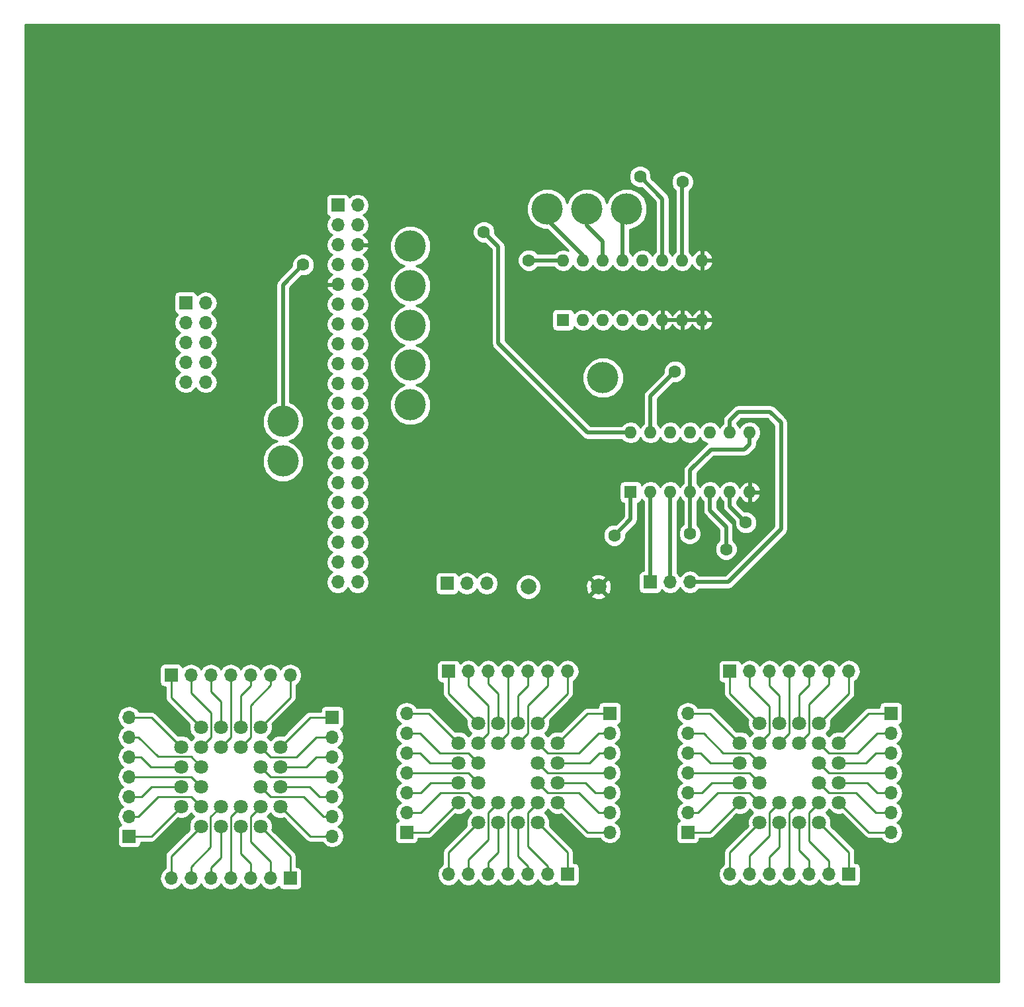
<source format=gbr>
G04 #@! TF.FileFunction,Copper,L2,Bot,Plane*
%FSLAX46Y46*%
G04 Gerber Fmt 4.6, Leading zero omitted, Abs format (unit mm)*
G04 Created by KiCad (PCBNEW 4.0.6) date 06/04/17 23:33:04*
%MOMM*%
%LPD*%
G01*
G04 APERTURE LIST*
%ADD10C,0.100000*%
%ADD11R,1.600000X1.600000*%
%ADD12O,1.600000X1.600000*%
%ADD13R,1.700000X1.700000*%
%ADD14O,1.700000X1.700000*%
%ADD15C,1.800000*%
%ADD16C,2.000000*%
%ADD17C,4.000000*%
%ADD18C,1.600000*%
%ADD19C,0.508000*%
%ADD20C,0.254000*%
G04 APERTURE END LIST*
D10*
D11*
X114170000Y-114550000D03*
D12*
X129410000Y-106930000D03*
X116710000Y-114550000D03*
X126870000Y-106930000D03*
X119250000Y-114550000D03*
X124330000Y-106930000D03*
X121790000Y-114550000D03*
X121790000Y-106930000D03*
X124330000Y-114550000D03*
X119250000Y-106930000D03*
X126870000Y-114550000D03*
X116710000Y-106930000D03*
X129410000Y-114550000D03*
X114170000Y-106930000D03*
D13*
X116700000Y-126070000D03*
D14*
X119240000Y-126070000D03*
X121780000Y-126070000D03*
D13*
X57235000Y-90315000D03*
D14*
X59775000Y-90315000D03*
X57235000Y-92855000D03*
X59775000Y-92855000D03*
X57235000Y-95395000D03*
X59775000Y-95395000D03*
X57235000Y-97935000D03*
X59775000Y-97935000D03*
X57235000Y-100475000D03*
X59775000Y-100475000D03*
D11*
X105545000Y-92505000D03*
D12*
X123325000Y-84885000D03*
X108085000Y-92505000D03*
X120785000Y-84885000D03*
X110625000Y-92505000D03*
X118245000Y-84885000D03*
X113165000Y-92505000D03*
X115705000Y-84885000D03*
X115705000Y-92505000D03*
X113165000Y-84885000D03*
X118245000Y-92505000D03*
X110625000Y-84885000D03*
X120785000Y-92505000D03*
X108085000Y-84885000D03*
X123325000Y-92505000D03*
X105545000Y-84885000D03*
D15*
X61730000Y-147190000D03*
X61730000Y-144650000D03*
X59190000Y-147190000D03*
X59190000Y-144650000D03*
X56650000Y-147190000D03*
X59190000Y-149730000D03*
X56650000Y-149730000D03*
X59190000Y-152270000D03*
X56650000Y-152270000D03*
X59190000Y-154810000D03*
X56650000Y-154810000D03*
X59190000Y-157350000D03*
X61730000Y-154810000D03*
X61730000Y-157350000D03*
X64270000Y-154810000D03*
X64270000Y-157350000D03*
X66810000Y-154810000D03*
X66810000Y-157350000D03*
X69350000Y-154810000D03*
X66810000Y-152270000D03*
X69350000Y-152270000D03*
X66810000Y-149730000D03*
X69350000Y-149730000D03*
X66810000Y-147190000D03*
X69350000Y-147190000D03*
X66810000Y-144650000D03*
X64270000Y-147190000D03*
X64270000Y-144650000D03*
X97230000Y-146690000D03*
X97230000Y-144150000D03*
X94690000Y-146690000D03*
X94690000Y-144150000D03*
X92150000Y-146690000D03*
X94690000Y-149230000D03*
X92150000Y-149230000D03*
X94690000Y-151770000D03*
X92150000Y-151770000D03*
X94690000Y-154310000D03*
X92150000Y-154310000D03*
X94690000Y-156850000D03*
X97230000Y-154310000D03*
X97230000Y-156850000D03*
X99770000Y-154310000D03*
X99770000Y-156850000D03*
X102310000Y-154310000D03*
X102310000Y-156850000D03*
X104850000Y-154310000D03*
X102310000Y-151770000D03*
X104850000Y-151770000D03*
X102310000Y-149230000D03*
X104850000Y-149230000D03*
X102310000Y-146690000D03*
X104850000Y-146690000D03*
X102310000Y-144150000D03*
X99770000Y-146690000D03*
X99770000Y-144150000D03*
X133230000Y-146690000D03*
X133230000Y-144150000D03*
X130690000Y-146690000D03*
X130690000Y-144150000D03*
X128150000Y-146690000D03*
X130690000Y-149230000D03*
X128150000Y-149230000D03*
X130690000Y-151770000D03*
X128150000Y-151770000D03*
X130690000Y-154310000D03*
X128150000Y-154310000D03*
X130690000Y-156850000D03*
X133230000Y-154310000D03*
X133230000Y-156850000D03*
X135770000Y-154310000D03*
X135770000Y-156850000D03*
X138310000Y-154310000D03*
X138310000Y-156850000D03*
X140850000Y-154310000D03*
X138310000Y-151770000D03*
X140850000Y-151770000D03*
X138310000Y-149230000D03*
X140850000Y-149230000D03*
X138310000Y-146690000D03*
X140850000Y-146690000D03*
X138310000Y-144150000D03*
X135770000Y-146690000D03*
X135770000Y-144150000D03*
D13*
X76695000Y-77815000D03*
D14*
X79235000Y-77815000D03*
X76695000Y-80355000D03*
X79235000Y-80355000D03*
X76695000Y-82895000D03*
X79235000Y-82895000D03*
X76695000Y-85435000D03*
X79235000Y-85435000D03*
X76695000Y-87975000D03*
X79235000Y-87975000D03*
X76695000Y-90515000D03*
X79235000Y-90515000D03*
X76695000Y-93055000D03*
X79235000Y-93055000D03*
X76695000Y-95595000D03*
X79235000Y-95595000D03*
X76695000Y-98135000D03*
X79235000Y-98135000D03*
X76695000Y-100675000D03*
X79235000Y-100675000D03*
X76695000Y-103215000D03*
X79235000Y-103215000D03*
X76695000Y-105755000D03*
X79235000Y-105755000D03*
X76695000Y-108295000D03*
X79235000Y-108295000D03*
X76695000Y-110835000D03*
X79235000Y-110835000D03*
X76695000Y-113375000D03*
X79235000Y-113375000D03*
X76695000Y-115915000D03*
X79235000Y-115915000D03*
X76695000Y-118455000D03*
X79235000Y-118455000D03*
X76695000Y-120995000D03*
X79235000Y-120995000D03*
X76695000Y-123535000D03*
X79235000Y-123535000D03*
X76695000Y-126075000D03*
X79235000Y-126075000D03*
D13*
X50000000Y-158620000D03*
D14*
X50000000Y-156080000D03*
X50000000Y-153540000D03*
X50000000Y-151000000D03*
X50000000Y-148460000D03*
X50000000Y-145920000D03*
X50000000Y-143380000D03*
D13*
X147500000Y-142880000D03*
D14*
X147500000Y-145420000D03*
X147500000Y-147960000D03*
X147500000Y-150500000D03*
X147500000Y-153040000D03*
X147500000Y-155580000D03*
X147500000Y-158120000D03*
D13*
X90880000Y-137500000D03*
D14*
X93420000Y-137500000D03*
X95960000Y-137500000D03*
X98500000Y-137500000D03*
X101040000Y-137500000D03*
X103580000Y-137500000D03*
X106120000Y-137500000D03*
D13*
X121500000Y-158120000D03*
D14*
X121500000Y-155580000D03*
X121500000Y-153040000D03*
X121500000Y-150500000D03*
X121500000Y-147960000D03*
X121500000Y-145420000D03*
X121500000Y-142880000D03*
D13*
X76000000Y-143380000D03*
D14*
X76000000Y-145920000D03*
X76000000Y-148460000D03*
X76000000Y-151000000D03*
X76000000Y-153540000D03*
X76000000Y-156080000D03*
X76000000Y-158620000D03*
D13*
X111500000Y-142880000D03*
D14*
X111500000Y-145420000D03*
X111500000Y-147960000D03*
X111500000Y-150500000D03*
X111500000Y-153040000D03*
X111500000Y-155580000D03*
X111500000Y-158120000D03*
D13*
X55380000Y-138000000D03*
D14*
X57920000Y-138000000D03*
X60460000Y-138000000D03*
X63000000Y-138000000D03*
X65540000Y-138000000D03*
X68080000Y-138000000D03*
X70620000Y-138000000D03*
D13*
X126880000Y-137500000D03*
D14*
X129420000Y-137500000D03*
X131960000Y-137500000D03*
X134500000Y-137500000D03*
X137040000Y-137500000D03*
X139580000Y-137500000D03*
X142120000Y-137500000D03*
D13*
X85500000Y-158120000D03*
D14*
X85500000Y-155580000D03*
X85500000Y-153040000D03*
X85500000Y-150500000D03*
X85500000Y-147960000D03*
X85500000Y-145420000D03*
X85500000Y-142880000D03*
D13*
X70620000Y-164000000D03*
D14*
X68080000Y-164000000D03*
X65540000Y-164000000D03*
X63000000Y-164000000D03*
X60460000Y-164000000D03*
X57920000Y-164000000D03*
X55380000Y-164000000D03*
D13*
X142120000Y-163500000D03*
D14*
X139580000Y-163500000D03*
X137040000Y-163500000D03*
X134500000Y-163500000D03*
X131960000Y-163500000D03*
X129420000Y-163500000D03*
X126880000Y-163500000D03*
D13*
X106120000Y-163500000D03*
D14*
X103580000Y-163500000D03*
X101040000Y-163500000D03*
X98500000Y-163500000D03*
X95960000Y-163500000D03*
X93420000Y-163500000D03*
X90880000Y-163500000D03*
D16*
X101080000Y-126680000D03*
X110080000Y-126680000D03*
D13*
X90680000Y-126240000D03*
D14*
X93220000Y-126240000D03*
X95760000Y-126240000D03*
D17*
X103520000Y-78300000D03*
X108600000Y-78300000D03*
X113680000Y-78300000D03*
X69680000Y-110590000D03*
X69680000Y-105510000D03*
D13*
X110640000Y-99910000D03*
D17*
X110640000Y-99910000D03*
X85980000Y-83060000D03*
X85980000Y-88140000D03*
X85980000Y-93220000D03*
X85980000Y-98300000D03*
X85980000Y-103380000D03*
D18*
X95390000Y-81250000D03*
X101140000Y-84880000D03*
X115390000Y-74140000D03*
X120810000Y-74820000D03*
X119860000Y-99100000D03*
X126420000Y-121880000D03*
X128930000Y-118450000D03*
X121760000Y-119860000D03*
X112100000Y-120090000D03*
X72280000Y-85430000D03*
D19*
X108670000Y-106930000D02*
X114170000Y-106930000D01*
X97260000Y-95520000D02*
X108670000Y-106930000D01*
X97260000Y-83120000D02*
X97260000Y-95520000D01*
X95390000Y-81250000D02*
X97260000Y-83120000D01*
X101145000Y-84885000D02*
X105545000Y-84885000D01*
X101140000Y-84880000D02*
X101145000Y-84885000D01*
X118245000Y-76995000D02*
X118245000Y-84885000D01*
X115390000Y-74140000D02*
X118245000Y-76995000D01*
X120785000Y-74845000D02*
X120785000Y-84885000D01*
X120810000Y-74820000D02*
X120785000Y-74845000D01*
X116710000Y-102250000D02*
X116710000Y-106930000D01*
X119860000Y-99100000D02*
X116710000Y-102250000D01*
X126420000Y-121880000D02*
X126420000Y-118990000D01*
X124330000Y-116900000D02*
X124330000Y-114550000D01*
X126420000Y-118990000D02*
X124330000Y-116900000D01*
X126870000Y-116390000D02*
X126870000Y-114550000D01*
X128930000Y-118450000D02*
X126870000Y-116390000D01*
D20*
X50000000Y-158620000D02*
X52840000Y-158620000D01*
X52840000Y-158620000D02*
X56650000Y-154810000D01*
X50000000Y-156080000D02*
X51180000Y-156080000D01*
X57910000Y-153530000D02*
X59190000Y-154810000D01*
X53730000Y-153530000D02*
X57910000Y-153530000D01*
X51180000Y-156080000D02*
X53730000Y-153530000D01*
X50000000Y-153540000D02*
X51590000Y-153540000D01*
X52860000Y-152270000D02*
X56650000Y-152270000D01*
X51590000Y-153540000D02*
X52860000Y-152270000D01*
X50000000Y-151000000D02*
X57920000Y-151000000D01*
X57920000Y-151000000D02*
X59190000Y-152270000D01*
X50000000Y-148460000D02*
X51530000Y-148460000D01*
X52800000Y-149730000D02*
X56650000Y-149730000D01*
X51530000Y-148460000D02*
X52800000Y-149730000D01*
X50000000Y-145920000D02*
X51190000Y-145920000D01*
X57900000Y-148440000D02*
X59190000Y-149730000D01*
X53710000Y-148440000D02*
X57900000Y-148440000D01*
X51190000Y-145920000D02*
X53710000Y-148440000D01*
X50000000Y-143380000D02*
X52840000Y-143380000D01*
X52840000Y-143380000D02*
X56650000Y-147190000D01*
X147500000Y-142880000D02*
X144660000Y-142880000D01*
X144660000Y-142880000D02*
X140850000Y-146690000D01*
X147500000Y-145420000D02*
X145710000Y-145420000D01*
X139580000Y-147960000D02*
X138310000Y-146690000D01*
X143170000Y-147960000D02*
X139580000Y-147960000D01*
X145710000Y-145420000D02*
X143170000Y-147960000D01*
X147500000Y-147960000D02*
X145610000Y-147960000D01*
X144340000Y-149230000D02*
X140850000Y-149230000D01*
X145610000Y-147960000D02*
X144340000Y-149230000D01*
X147500000Y-150500000D02*
X139580000Y-150500000D01*
X139580000Y-150500000D02*
X138310000Y-149230000D01*
X147500000Y-153040000D02*
X145700000Y-153040000D01*
X144430000Y-151770000D02*
X140850000Y-151770000D01*
X145700000Y-153040000D02*
X144430000Y-151770000D01*
X147500000Y-155580000D02*
X145580000Y-155580000D01*
X139570000Y-153030000D02*
X138310000Y-151770000D01*
X143030000Y-153030000D02*
X139570000Y-153030000D01*
X145580000Y-155580000D02*
X143030000Y-153030000D01*
X147500000Y-158120000D02*
X144660000Y-158120000D01*
X144660000Y-158120000D02*
X140850000Y-154310000D01*
X90880000Y-137500000D02*
X90880000Y-140340000D01*
X90880000Y-140340000D02*
X94690000Y-144150000D01*
X93420000Y-137500000D02*
X93420000Y-139370000D01*
X95970000Y-145410000D02*
X94690000Y-146690000D01*
X95970000Y-141920000D02*
X95970000Y-145410000D01*
X93420000Y-139370000D02*
X95970000Y-141920000D01*
X95960000Y-137500000D02*
X95960000Y-139100000D01*
X97230000Y-140370000D02*
X97230000Y-144150000D01*
X95960000Y-139100000D02*
X97230000Y-140370000D01*
X98500000Y-137500000D02*
X98500000Y-145420000D01*
X98500000Y-145420000D02*
X97230000Y-146690000D01*
X101040000Y-137500000D02*
X101040000Y-139370000D01*
X99770000Y-140640000D02*
X99770000Y-144150000D01*
X101040000Y-139370000D02*
X99770000Y-140640000D01*
X103580000Y-137500000D02*
X103580000Y-139370000D01*
X101040000Y-145420000D02*
X99770000Y-146690000D01*
X101040000Y-141910000D02*
X101040000Y-145420000D01*
X103580000Y-139370000D02*
X101040000Y-141910000D01*
X106120000Y-137500000D02*
X106120000Y-140340000D01*
X106120000Y-140340000D02*
X102310000Y-144150000D01*
X121500000Y-158120000D02*
X124340000Y-158120000D01*
X124340000Y-158120000D02*
X128150000Y-154310000D01*
X121500000Y-155580000D02*
X122820000Y-155580000D01*
X129420000Y-153040000D02*
X130690000Y-154310000D01*
X125360000Y-153040000D02*
X129420000Y-153040000D01*
X122820000Y-155580000D02*
X125360000Y-153040000D01*
X121500000Y-153040000D02*
X123310000Y-153040000D01*
X124580000Y-151770000D02*
X128150000Y-151770000D01*
X123310000Y-153040000D02*
X124580000Y-151770000D01*
X121500000Y-150500000D02*
X129420000Y-150500000D01*
X129420000Y-150500000D02*
X130690000Y-151770000D01*
X121500000Y-147960000D02*
X123130000Y-147960000D01*
X124400000Y-149230000D02*
X128150000Y-149230000D01*
X123130000Y-147960000D02*
X124400000Y-149230000D01*
X121500000Y-145420000D02*
X123520000Y-145420000D01*
X129400000Y-147940000D02*
X130690000Y-149230000D01*
X126040000Y-147940000D02*
X129400000Y-147940000D01*
X123520000Y-145420000D02*
X126040000Y-147940000D01*
X121500000Y-142880000D02*
X124340000Y-142880000D01*
X124340000Y-142880000D02*
X128150000Y-146690000D01*
X76000000Y-143380000D02*
X73160000Y-143380000D01*
X73160000Y-143380000D02*
X69350000Y-147190000D01*
X76000000Y-145920000D02*
X73940000Y-145920000D01*
X68070000Y-148450000D02*
X66810000Y-147190000D01*
X71410000Y-148450000D02*
X68070000Y-148450000D01*
X73940000Y-145920000D02*
X71410000Y-148450000D01*
X76000000Y-148460000D02*
X73970000Y-148460000D01*
X72700000Y-149730000D02*
X69350000Y-149730000D01*
X73970000Y-148460000D02*
X72700000Y-149730000D01*
X76000000Y-151000000D02*
X68080000Y-151000000D01*
X68080000Y-151000000D02*
X66810000Y-149730000D01*
X76000000Y-153540000D02*
X74390000Y-153540000D01*
X73120000Y-152270000D02*
X69350000Y-152270000D01*
X74390000Y-153540000D02*
X73120000Y-152270000D01*
X76000000Y-156080000D02*
X74840000Y-156080000D01*
X68080000Y-153540000D02*
X66810000Y-152270000D01*
X72300000Y-153540000D02*
X68080000Y-153540000D01*
X74840000Y-156080000D02*
X72300000Y-153540000D01*
X76000000Y-158620000D02*
X73160000Y-158620000D01*
X73160000Y-158620000D02*
X69350000Y-154810000D01*
X111500000Y-142880000D02*
X108660000Y-142880000D01*
X108660000Y-142880000D02*
X104850000Y-146690000D01*
X111500000Y-145420000D02*
X110080000Y-145420000D01*
X103570000Y-147950000D02*
X102310000Y-146690000D01*
X107550000Y-147950000D02*
X103570000Y-147950000D01*
X110080000Y-145420000D02*
X107550000Y-147950000D01*
X111500000Y-147960000D02*
X110160000Y-147960000D01*
X108890000Y-149230000D02*
X104850000Y-149230000D01*
X110160000Y-147960000D02*
X108890000Y-149230000D01*
X111500000Y-150500000D02*
X103580000Y-150500000D01*
X103580000Y-150500000D02*
X102310000Y-149230000D01*
X111500000Y-153040000D02*
X109660000Y-153040000D01*
X108390000Y-151770000D02*
X104850000Y-151770000D01*
X109660000Y-153040000D02*
X108390000Y-151770000D01*
X111500000Y-155580000D02*
X110100000Y-155580000D01*
X103560000Y-153020000D02*
X102310000Y-151770000D01*
X107540000Y-153020000D02*
X103560000Y-153020000D01*
X110100000Y-155580000D02*
X107540000Y-153020000D01*
X111500000Y-158120000D02*
X108660000Y-158120000D01*
X108660000Y-158120000D02*
X104850000Y-154310000D01*
X55380000Y-138000000D02*
X55380000Y-140840000D01*
X55380000Y-140840000D02*
X59190000Y-144650000D01*
X57920000Y-138000000D02*
X57920000Y-140240000D01*
X60460000Y-145920000D02*
X59190000Y-147190000D01*
X60460000Y-142780000D02*
X60460000Y-145920000D01*
X57920000Y-140240000D02*
X60460000Y-142780000D01*
X60460000Y-138000000D02*
X60460000Y-140090000D01*
X61730000Y-141360000D02*
X61730000Y-144650000D01*
X60460000Y-140090000D02*
X61730000Y-141360000D01*
X63000000Y-138000000D02*
X63000000Y-145920000D01*
X63000000Y-145920000D02*
X61730000Y-147190000D01*
X65540000Y-138000000D02*
X65540000Y-139350000D01*
X64270000Y-140620000D02*
X64270000Y-144650000D01*
X65540000Y-139350000D02*
X64270000Y-140620000D01*
X68080000Y-138000000D02*
X68080000Y-139290000D01*
X65530000Y-145930000D02*
X64270000Y-147190000D01*
X65530000Y-141840000D02*
X65530000Y-145930000D01*
X68080000Y-139290000D02*
X65530000Y-141840000D01*
X70620000Y-138000000D02*
X70620000Y-140840000D01*
X70620000Y-140840000D02*
X66810000Y-144650000D01*
X126880000Y-137500000D02*
X126880000Y-140340000D01*
X126880000Y-140340000D02*
X130690000Y-144150000D01*
X129420000Y-137500000D02*
X129420000Y-139430000D01*
X131950000Y-145430000D02*
X130690000Y-146690000D01*
X131950000Y-141960000D02*
X131950000Y-145430000D01*
X129420000Y-139430000D02*
X131950000Y-141960000D01*
X131960000Y-137500000D02*
X131960000Y-139370000D01*
X133230000Y-140640000D02*
X133230000Y-144150000D01*
X131960000Y-139370000D02*
X133230000Y-140640000D01*
X134500000Y-137500000D02*
X134500000Y-145420000D01*
X134500000Y-145420000D02*
X133230000Y-146690000D01*
X137040000Y-137500000D02*
X137040000Y-139250000D01*
X135770000Y-140520000D02*
X135770000Y-144150000D01*
X137040000Y-139250000D02*
X135770000Y-140520000D01*
X139580000Y-137500000D02*
X139580000Y-139190000D01*
X137050000Y-145410000D02*
X135770000Y-146690000D01*
X137050000Y-141720000D02*
X137050000Y-145410000D01*
X139580000Y-139190000D02*
X137050000Y-141720000D01*
X142120000Y-137500000D02*
X142120000Y-140340000D01*
X142120000Y-140340000D02*
X138310000Y-144150000D01*
X85500000Y-158120000D02*
X88340000Y-158120000D01*
X88340000Y-158120000D02*
X92150000Y-154310000D01*
X85500000Y-155580000D02*
X87330000Y-155580000D01*
X93430000Y-153050000D02*
X94690000Y-154310000D01*
X89860000Y-153050000D02*
X93430000Y-153050000D01*
X87330000Y-155580000D02*
X89860000Y-153050000D01*
X85500000Y-153040000D02*
X87340000Y-153040000D01*
X88610000Y-151770000D02*
X92150000Y-151770000D01*
X87340000Y-153040000D02*
X88610000Y-151770000D01*
X85500000Y-150500000D02*
X93420000Y-150500000D01*
X93420000Y-150500000D02*
X94690000Y-151770000D01*
X85500000Y-147960000D02*
X87250000Y-147960000D01*
X88520000Y-149230000D02*
X92150000Y-149230000D01*
X87250000Y-147960000D02*
X88520000Y-149230000D01*
X85500000Y-145420000D02*
X87240000Y-145420000D01*
X93410000Y-147950000D02*
X94690000Y-149230000D01*
X89770000Y-147950000D02*
X93410000Y-147950000D01*
X87240000Y-145420000D02*
X89770000Y-147950000D01*
X85500000Y-142880000D02*
X88340000Y-142880000D01*
X88340000Y-142880000D02*
X92150000Y-146690000D01*
X70620000Y-164000000D02*
X70620000Y-161160000D01*
X70620000Y-161160000D02*
X66810000Y-157350000D01*
X68080000Y-164000000D02*
X68080000Y-161890000D01*
X65530000Y-156090000D02*
X66810000Y-154810000D01*
X65530000Y-159340000D02*
X65530000Y-156090000D01*
X68080000Y-161890000D02*
X65530000Y-159340000D01*
X65540000Y-164000000D02*
X65540000Y-162120000D01*
X64270000Y-160850000D02*
X64270000Y-157350000D01*
X65540000Y-162120000D02*
X64270000Y-160850000D01*
X63000000Y-164000000D02*
X63000000Y-156080000D01*
X63000000Y-156080000D02*
X64270000Y-154810000D01*
X60460000Y-164000000D02*
X60460000Y-162650000D01*
X61730000Y-161380000D02*
X61730000Y-157350000D01*
X60460000Y-162650000D02*
X61730000Y-161380000D01*
X57920000Y-164000000D02*
X57920000Y-162530000D01*
X60430000Y-156110000D02*
X61730000Y-154810000D01*
X60430000Y-160020000D02*
X60430000Y-156110000D01*
X57920000Y-162530000D02*
X60430000Y-160020000D01*
X55380000Y-164000000D02*
X55380000Y-161160000D01*
X55380000Y-161160000D02*
X59190000Y-157350000D01*
X142120000Y-163500000D02*
X142120000Y-160660000D01*
X142120000Y-160660000D02*
X138310000Y-156850000D01*
X139580000Y-163500000D02*
X139580000Y-161770000D01*
X137040000Y-155580000D02*
X138310000Y-154310000D01*
X137040000Y-159230000D02*
X137040000Y-155580000D01*
X139580000Y-161770000D02*
X137040000Y-159230000D01*
X137040000Y-163500000D02*
X137040000Y-161730000D01*
X135770000Y-160460000D02*
X135770000Y-156850000D01*
X137040000Y-161730000D02*
X135770000Y-160460000D01*
X134500000Y-163500000D02*
X134500000Y-155580000D01*
X134500000Y-155580000D02*
X135770000Y-154310000D01*
X131960000Y-163500000D02*
X131960000Y-161230000D01*
X133230000Y-159960000D02*
X133230000Y-156850000D01*
X131960000Y-161230000D02*
X133230000Y-159960000D01*
X129420000Y-163500000D02*
X129420000Y-161070000D01*
X131950000Y-155590000D02*
X133230000Y-154310000D01*
X131950000Y-158540000D02*
X131950000Y-155590000D01*
X129420000Y-161070000D02*
X131950000Y-158540000D01*
X126880000Y-163500000D02*
X126880000Y-160660000D01*
X126880000Y-160660000D02*
X130690000Y-156850000D01*
X106120000Y-163500000D02*
X106120000Y-160660000D01*
X106120000Y-160660000D02*
X102310000Y-156850000D01*
X103580000Y-163500000D02*
X103580000Y-162430000D01*
X101040000Y-155580000D02*
X102310000Y-154310000D01*
X101040000Y-159890000D02*
X101040000Y-155580000D01*
X103580000Y-162430000D02*
X101040000Y-159890000D01*
X101040000Y-163500000D02*
X101040000Y-162430000D01*
X99770000Y-161160000D02*
X99770000Y-156850000D01*
X101040000Y-162430000D02*
X99770000Y-161160000D01*
X98500000Y-163500000D02*
X98500000Y-155580000D01*
X98500000Y-155580000D02*
X99770000Y-154310000D01*
X95960000Y-163500000D02*
X95960000Y-161980000D01*
X97230000Y-160710000D02*
X97230000Y-156850000D01*
X95960000Y-161980000D02*
X97230000Y-160710000D01*
X93420000Y-163500000D02*
X93420000Y-161620000D01*
X95950000Y-155590000D02*
X97230000Y-154310000D01*
X95950000Y-159090000D02*
X95950000Y-155590000D01*
X93420000Y-161620000D02*
X95950000Y-159090000D01*
X90880000Y-163500000D02*
X90880000Y-160660000D01*
X90880000Y-160660000D02*
X94690000Y-156850000D01*
D19*
X121790000Y-114550000D02*
X121790000Y-111740000D01*
X129410000Y-108410000D02*
X129410000Y-106930000D01*
X128740000Y-109080000D02*
X129410000Y-108410000D01*
X124450000Y-109080000D02*
X128740000Y-109080000D01*
X121790000Y-111740000D02*
X124450000Y-109080000D01*
X121790000Y-119830000D02*
X121790000Y-114550000D01*
X121760000Y-119860000D02*
X121790000Y-119830000D01*
X114170000Y-118020000D02*
X114170000Y-114550000D01*
X112100000Y-120090000D02*
X114170000Y-118020000D01*
X116710000Y-114550000D02*
X116710000Y-126060000D01*
X116710000Y-126060000D02*
X116700000Y-126070000D01*
X119250000Y-114550000D02*
X119250000Y-126060000D01*
X119250000Y-126060000D02*
X119240000Y-126070000D01*
X126870000Y-106930000D02*
X126870000Y-105370000D01*
X126660000Y-126070000D02*
X121780000Y-126070000D01*
X133440000Y-119290000D02*
X126660000Y-126070000D01*
X133440000Y-105660000D02*
X133440000Y-119290000D01*
X132050000Y-104270000D02*
X133440000Y-105660000D01*
X127970000Y-104270000D02*
X132050000Y-104270000D01*
X126870000Y-105370000D02*
X127970000Y-104270000D01*
X69680000Y-88030000D02*
X69680000Y-105510000D01*
X72280000Y-85430000D02*
X69680000Y-88030000D01*
X108085000Y-84885000D02*
X108085000Y-84235000D01*
X108085000Y-84235000D02*
X103520000Y-79670000D01*
X103520000Y-79670000D02*
X103520000Y-78300000D01*
X110625000Y-84885000D02*
X110625000Y-82425000D01*
X108600000Y-80400000D02*
X108600000Y-78300000D01*
X110625000Y-82425000D02*
X108600000Y-80400000D01*
X113165000Y-84885000D02*
X113165000Y-78815000D01*
X113165000Y-78815000D02*
X113680000Y-78300000D01*
D20*
G36*
X161300000Y-177290000D02*
X36720000Y-177290000D01*
X36720000Y-143380000D01*
X48485907Y-143380000D01*
X48598946Y-143948285D01*
X48920853Y-144430054D01*
X49250026Y-144650000D01*
X48920853Y-144869946D01*
X48598946Y-145351715D01*
X48485907Y-145920000D01*
X48598946Y-146488285D01*
X48920853Y-146970054D01*
X49250026Y-147190000D01*
X48920853Y-147409946D01*
X48598946Y-147891715D01*
X48485907Y-148460000D01*
X48598946Y-149028285D01*
X48920853Y-149510054D01*
X49250026Y-149730000D01*
X48920853Y-149949946D01*
X48598946Y-150431715D01*
X48485907Y-151000000D01*
X48598946Y-151568285D01*
X48920853Y-152050054D01*
X49250026Y-152270000D01*
X48920853Y-152489946D01*
X48598946Y-152971715D01*
X48485907Y-153540000D01*
X48598946Y-154108285D01*
X48920853Y-154590054D01*
X49250026Y-154810000D01*
X48920853Y-155029946D01*
X48598946Y-155511715D01*
X48485907Y-156080000D01*
X48598946Y-156648285D01*
X48920853Y-157130054D01*
X48962452Y-157157850D01*
X48914683Y-157166838D01*
X48698559Y-157305910D01*
X48553569Y-157518110D01*
X48502560Y-157770000D01*
X48502560Y-159470000D01*
X48546838Y-159705317D01*
X48685910Y-159921441D01*
X48898110Y-160066431D01*
X49150000Y-160117440D01*
X50850000Y-160117440D01*
X51085317Y-160073162D01*
X51301441Y-159934090D01*
X51446431Y-159721890D01*
X51497440Y-159470000D01*
X51497440Y-159382000D01*
X52840000Y-159382000D01*
X53131605Y-159323996D01*
X53378815Y-159158815D01*
X56237035Y-156300596D01*
X56343330Y-156344733D01*
X56953991Y-156345265D01*
X57518371Y-156112068D01*
X57920323Y-155710818D01*
X58289182Y-156080323D01*
X57889449Y-156479357D01*
X57655267Y-157043330D01*
X57654735Y-157653991D01*
X57699657Y-157762712D01*
X54841185Y-160621185D01*
X54676004Y-160868395D01*
X54618000Y-161160000D01*
X54618000Y-162728382D01*
X54329946Y-162920853D01*
X54008039Y-163402622D01*
X53895000Y-163970907D01*
X53895000Y-164029093D01*
X54008039Y-164597378D01*
X54329946Y-165079147D01*
X54811715Y-165401054D01*
X55380000Y-165514093D01*
X55948285Y-165401054D01*
X56430054Y-165079147D01*
X56650000Y-164749974D01*
X56869946Y-165079147D01*
X57351715Y-165401054D01*
X57920000Y-165514093D01*
X58488285Y-165401054D01*
X58970054Y-165079147D01*
X59190000Y-164749974D01*
X59409946Y-165079147D01*
X59891715Y-165401054D01*
X60460000Y-165514093D01*
X61028285Y-165401054D01*
X61510054Y-165079147D01*
X61730000Y-164749974D01*
X61949946Y-165079147D01*
X62431715Y-165401054D01*
X63000000Y-165514093D01*
X63568285Y-165401054D01*
X64050054Y-165079147D01*
X64270000Y-164749974D01*
X64489946Y-165079147D01*
X64971715Y-165401054D01*
X65540000Y-165514093D01*
X66108285Y-165401054D01*
X66590054Y-165079147D01*
X66810000Y-164749974D01*
X67029946Y-165079147D01*
X67511715Y-165401054D01*
X68080000Y-165514093D01*
X68648285Y-165401054D01*
X69130054Y-165079147D01*
X69157850Y-165037548D01*
X69166838Y-165085317D01*
X69305910Y-165301441D01*
X69518110Y-165446431D01*
X69770000Y-165497440D01*
X71470000Y-165497440D01*
X71705317Y-165453162D01*
X71921441Y-165314090D01*
X72066431Y-165101890D01*
X72117440Y-164850000D01*
X72117440Y-163150000D01*
X72073162Y-162914683D01*
X71934090Y-162698559D01*
X71721890Y-162553569D01*
X71470000Y-162502560D01*
X71382000Y-162502560D01*
X71382000Y-161160000D01*
X71323996Y-160868395D01*
X71245959Y-160751605D01*
X71158816Y-160621185D01*
X68300595Y-157762965D01*
X68344733Y-157656670D01*
X68345265Y-157046009D01*
X68112068Y-156481629D01*
X67710818Y-156079677D01*
X68080323Y-155710818D01*
X68479357Y-156110551D01*
X69043330Y-156344733D01*
X69653991Y-156345265D01*
X69762712Y-156300342D01*
X72621185Y-159158816D01*
X72748667Y-159243996D01*
X72868395Y-159323996D01*
X73160000Y-159382000D01*
X74728382Y-159382000D01*
X74920853Y-159670054D01*
X75402622Y-159991961D01*
X75970907Y-160105000D01*
X76029093Y-160105000D01*
X76597378Y-159991961D01*
X77079147Y-159670054D01*
X77401054Y-159188285D01*
X77514093Y-158620000D01*
X77401054Y-158051715D01*
X77079147Y-157569946D01*
X76749974Y-157350000D01*
X77079147Y-157130054D01*
X77401054Y-156648285D01*
X77514093Y-156080000D01*
X77401054Y-155511715D01*
X77079147Y-155029946D01*
X76749974Y-154810000D01*
X77079147Y-154590054D01*
X77401054Y-154108285D01*
X77514093Y-153540000D01*
X77401054Y-152971715D01*
X77079147Y-152489946D01*
X76749974Y-152270000D01*
X77079147Y-152050054D01*
X77401054Y-151568285D01*
X77514093Y-151000000D01*
X77401054Y-150431715D01*
X77079147Y-149949946D01*
X76749974Y-149730000D01*
X77079147Y-149510054D01*
X77401054Y-149028285D01*
X77514093Y-148460000D01*
X77401054Y-147891715D01*
X77079147Y-147409946D01*
X76749974Y-147190000D01*
X77079147Y-146970054D01*
X77401054Y-146488285D01*
X77514093Y-145920000D01*
X77401054Y-145351715D01*
X77079147Y-144869946D01*
X77037548Y-144842150D01*
X77085317Y-144833162D01*
X77301441Y-144694090D01*
X77446431Y-144481890D01*
X77497440Y-144230000D01*
X77497440Y-142880000D01*
X83985907Y-142880000D01*
X84098946Y-143448285D01*
X84420853Y-143930054D01*
X84750026Y-144150000D01*
X84420853Y-144369946D01*
X84098946Y-144851715D01*
X83985907Y-145420000D01*
X84098946Y-145988285D01*
X84420853Y-146470054D01*
X84750026Y-146690000D01*
X84420853Y-146909946D01*
X84098946Y-147391715D01*
X83985907Y-147960000D01*
X84098946Y-148528285D01*
X84420853Y-149010054D01*
X84750026Y-149230000D01*
X84420853Y-149449946D01*
X84098946Y-149931715D01*
X83985907Y-150500000D01*
X84098946Y-151068285D01*
X84420853Y-151550054D01*
X84750026Y-151770000D01*
X84420853Y-151989946D01*
X84098946Y-152471715D01*
X83985907Y-153040000D01*
X84098946Y-153608285D01*
X84420853Y-154090054D01*
X84750026Y-154310000D01*
X84420853Y-154529946D01*
X84098946Y-155011715D01*
X83985907Y-155580000D01*
X84098946Y-156148285D01*
X84420853Y-156630054D01*
X84462452Y-156657850D01*
X84414683Y-156666838D01*
X84198559Y-156805910D01*
X84053569Y-157018110D01*
X84002560Y-157270000D01*
X84002560Y-158970000D01*
X84046838Y-159205317D01*
X84185910Y-159421441D01*
X84398110Y-159566431D01*
X84650000Y-159617440D01*
X86350000Y-159617440D01*
X86585317Y-159573162D01*
X86801441Y-159434090D01*
X86946431Y-159221890D01*
X86997440Y-158970000D01*
X86997440Y-158882000D01*
X88340000Y-158882000D01*
X88631605Y-158823996D01*
X88878815Y-158658815D01*
X91737035Y-155800596D01*
X91843330Y-155844733D01*
X92453991Y-155845265D01*
X93018371Y-155612068D01*
X93420323Y-155210818D01*
X93789182Y-155580323D01*
X93389449Y-155979357D01*
X93155267Y-156543330D01*
X93154735Y-157153991D01*
X93199657Y-157262712D01*
X90341185Y-160121185D01*
X90176004Y-160368395D01*
X90118000Y-160660000D01*
X90118000Y-162228382D01*
X89829946Y-162420853D01*
X89508039Y-162902622D01*
X89395000Y-163470907D01*
X89395000Y-163529093D01*
X89508039Y-164097378D01*
X89829946Y-164579147D01*
X90311715Y-164901054D01*
X90880000Y-165014093D01*
X91448285Y-164901054D01*
X91930054Y-164579147D01*
X92150000Y-164249974D01*
X92369946Y-164579147D01*
X92851715Y-164901054D01*
X93420000Y-165014093D01*
X93988285Y-164901054D01*
X94470054Y-164579147D01*
X94690000Y-164249974D01*
X94909946Y-164579147D01*
X95391715Y-164901054D01*
X95960000Y-165014093D01*
X96528285Y-164901054D01*
X97010054Y-164579147D01*
X97230000Y-164249974D01*
X97449946Y-164579147D01*
X97931715Y-164901054D01*
X98500000Y-165014093D01*
X99068285Y-164901054D01*
X99550054Y-164579147D01*
X99770000Y-164249974D01*
X99989946Y-164579147D01*
X100471715Y-164901054D01*
X101040000Y-165014093D01*
X101608285Y-164901054D01*
X102090054Y-164579147D01*
X102310000Y-164249974D01*
X102529946Y-164579147D01*
X103011715Y-164901054D01*
X103580000Y-165014093D01*
X104148285Y-164901054D01*
X104630054Y-164579147D01*
X104657850Y-164537548D01*
X104666838Y-164585317D01*
X104805910Y-164801441D01*
X105018110Y-164946431D01*
X105270000Y-164997440D01*
X106970000Y-164997440D01*
X107205317Y-164953162D01*
X107421441Y-164814090D01*
X107566431Y-164601890D01*
X107617440Y-164350000D01*
X107617440Y-162650000D01*
X107573162Y-162414683D01*
X107434090Y-162198559D01*
X107221890Y-162053569D01*
X106970000Y-162002560D01*
X106882000Y-162002560D01*
X106882000Y-160660000D01*
X106823996Y-160368395D01*
X106745959Y-160251605D01*
X106658816Y-160121185D01*
X103800595Y-157262965D01*
X103844733Y-157156670D01*
X103845265Y-156546009D01*
X103612068Y-155981629D01*
X103210818Y-155579677D01*
X103580323Y-155210818D01*
X103979357Y-155610551D01*
X104543330Y-155844733D01*
X105153991Y-155845265D01*
X105262712Y-155800342D01*
X108121185Y-158658816D01*
X108269377Y-158757834D01*
X108368395Y-158823996D01*
X108660000Y-158882000D01*
X110228382Y-158882000D01*
X110420853Y-159170054D01*
X110902622Y-159491961D01*
X111470907Y-159605000D01*
X111529093Y-159605000D01*
X112097378Y-159491961D01*
X112579147Y-159170054D01*
X112901054Y-158688285D01*
X113014093Y-158120000D01*
X112901054Y-157551715D01*
X112579147Y-157069946D01*
X112249974Y-156850000D01*
X112579147Y-156630054D01*
X112901054Y-156148285D01*
X113014093Y-155580000D01*
X112901054Y-155011715D01*
X112579147Y-154529946D01*
X112249974Y-154310000D01*
X112579147Y-154090054D01*
X112901054Y-153608285D01*
X113014093Y-153040000D01*
X112901054Y-152471715D01*
X112579147Y-151989946D01*
X112249974Y-151770000D01*
X112579147Y-151550054D01*
X112901054Y-151068285D01*
X113014093Y-150500000D01*
X112901054Y-149931715D01*
X112579147Y-149449946D01*
X112249974Y-149230000D01*
X112579147Y-149010054D01*
X112901054Y-148528285D01*
X113014093Y-147960000D01*
X112901054Y-147391715D01*
X112579147Y-146909946D01*
X112249974Y-146690000D01*
X112579147Y-146470054D01*
X112901054Y-145988285D01*
X113014093Y-145420000D01*
X112901054Y-144851715D01*
X112579147Y-144369946D01*
X112537548Y-144342150D01*
X112585317Y-144333162D01*
X112801441Y-144194090D01*
X112946431Y-143981890D01*
X112997440Y-143730000D01*
X112997440Y-142880000D01*
X119985907Y-142880000D01*
X120098946Y-143448285D01*
X120420853Y-143930054D01*
X120750026Y-144150000D01*
X120420853Y-144369946D01*
X120098946Y-144851715D01*
X119985907Y-145420000D01*
X120098946Y-145988285D01*
X120420853Y-146470054D01*
X120750026Y-146690000D01*
X120420853Y-146909946D01*
X120098946Y-147391715D01*
X119985907Y-147960000D01*
X120098946Y-148528285D01*
X120420853Y-149010054D01*
X120750026Y-149230000D01*
X120420853Y-149449946D01*
X120098946Y-149931715D01*
X119985907Y-150500000D01*
X120098946Y-151068285D01*
X120420853Y-151550054D01*
X120750026Y-151770000D01*
X120420853Y-151989946D01*
X120098946Y-152471715D01*
X119985907Y-153040000D01*
X120098946Y-153608285D01*
X120420853Y-154090054D01*
X120750026Y-154310000D01*
X120420853Y-154529946D01*
X120098946Y-155011715D01*
X119985907Y-155580000D01*
X120098946Y-156148285D01*
X120420853Y-156630054D01*
X120462452Y-156657850D01*
X120414683Y-156666838D01*
X120198559Y-156805910D01*
X120053569Y-157018110D01*
X120002560Y-157270000D01*
X120002560Y-158970000D01*
X120046838Y-159205317D01*
X120185910Y-159421441D01*
X120398110Y-159566431D01*
X120650000Y-159617440D01*
X122350000Y-159617440D01*
X122585317Y-159573162D01*
X122801441Y-159434090D01*
X122946431Y-159221890D01*
X122997440Y-158970000D01*
X122997440Y-158882000D01*
X124340000Y-158882000D01*
X124631605Y-158823996D01*
X124878815Y-158658815D01*
X127737035Y-155800596D01*
X127843330Y-155844733D01*
X128453991Y-155845265D01*
X129018371Y-155612068D01*
X129420323Y-155210818D01*
X129789182Y-155580323D01*
X129389449Y-155979357D01*
X129155267Y-156543330D01*
X129154735Y-157153991D01*
X129199657Y-157262712D01*
X126341185Y-160121185D01*
X126176004Y-160368395D01*
X126118000Y-160660000D01*
X126118000Y-162228382D01*
X125829946Y-162420853D01*
X125508039Y-162902622D01*
X125395000Y-163470907D01*
X125395000Y-163529093D01*
X125508039Y-164097378D01*
X125829946Y-164579147D01*
X126311715Y-164901054D01*
X126880000Y-165014093D01*
X127448285Y-164901054D01*
X127930054Y-164579147D01*
X128150000Y-164249974D01*
X128369946Y-164579147D01*
X128851715Y-164901054D01*
X129420000Y-165014093D01*
X129988285Y-164901054D01*
X130470054Y-164579147D01*
X130690000Y-164249974D01*
X130909946Y-164579147D01*
X131391715Y-164901054D01*
X131960000Y-165014093D01*
X132528285Y-164901054D01*
X133010054Y-164579147D01*
X133230000Y-164249974D01*
X133449946Y-164579147D01*
X133931715Y-164901054D01*
X134500000Y-165014093D01*
X135068285Y-164901054D01*
X135550054Y-164579147D01*
X135770000Y-164249974D01*
X135989946Y-164579147D01*
X136471715Y-164901054D01*
X137040000Y-165014093D01*
X137608285Y-164901054D01*
X138090054Y-164579147D01*
X138310000Y-164249974D01*
X138529946Y-164579147D01*
X139011715Y-164901054D01*
X139580000Y-165014093D01*
X140148285Y-164901054D01*
X140630054Y-164579147D01*
X140657850Y-164537548D01*
X140666838Y-164585317D01*
X140805910Y-164801441D01*
X141018110Y-164946431D01*
X141270000Y-164997440D01*
X142970000Y-164997440D01*
X143205317Y-164953162D01*
X143421441Y-164814090D01*
X143566431Y-164601890D01*
X143617440Y-164350000D01*
X143617440Y-162650000D01*
X143573162Y-162414683D01*
X143434090Y-162198559D01*
X143221890Y-162053569D01*
X142970000Y-162002560D01*
X142882000Y-162002560D01*
X142882000Y-160660000D01*
X142823996Y-160368395D01*
X142745959Y-160251605D01*
X142658816Y-160121185D01*
X139800595Y-157262965D01*
X139844733Y-157156670D01*
X139845265Y-156546009D01*
X139612068Y-155981629D01*
X139210818Y-155579677D01*
X139580323Y-155210818D01*
X139979357Y-155610551D01*
X140543330Y-155844733D01*
X141153991Y-155845265D01*
X141262712Y-155800342D01*
X144121185Y-158658816D01*
X144269377Y-158757834D01*
X144368395Y-158823996D01*
X144660000Y-158882000D01*
X146228382Y-158882000D01*
X146420853Y-159170054D01*
X146902622Y-159491961D01*
X147470907Y-159605000D01*
X147529093Y-159605000D01*
X148097378Y-159491961D01*
X148579147Y-159170054D01*
X148901054Y-158688285D01*
X149014093Y-158120000D01*
X148901054Y-157551715D01*
X148579147Y-157069946D01*
X148249974Y-156850000D01*
X148579147Y-156630054D01*
X148901054Y-156148285D01*
X149014093Y-155580000D01*
X148901054Y-155011715D01*
X148579147Y-154529946D01*
X148249974Y-154310000D01*
X148579147Y-154090054D01*
X148901054Y-153608285D01*
X149014093Y-153040000D01*
X148901054Y-152471715D01*
X148579147Y-151989946D01*
X148249974Y-151770000D01*
X148579147Y-151550054D01*
X148901054Y-151068285D01*
X149014093Y-150500000D01*
X148901054Y-149931715D01*
X148579147Y-149449946D01*
X148249974Y-149230000D01*
X148579147Y-149010054D01*
X148901054Y-148528285D01*
X149014093Y-147960000D01*
X148901054Y-147391715D01*
X148579147Y-146909946D01*
X148249974Y-146690000D01*
X148579147Y-146470054D01*
X148901054Y-145988285D01*
X149014093Y-145420000D01*
X148901054Y-144851715D01*
X148579147Y-144369946D01*
X148537548Y-144342150D01*
X148585317Y-144333162D01*
X148801441Y-144194090D01*
X148946431Y-143981890D01*
X148997440Y-143730000D01*
X148997440Y-142030000D01*
X148953162Y-141794683D01*
X148814090Y-141578559D01*
X148601890Y-141433569D01*
X148350000Y-141382560D01*
X146650000Y-141382560D01*
X146414683Y-141426838D01*
X146198559Y-141565910D01*
X146053569Y-141778110D01*
X146002560Y-142030000D01*
X146002560Y-142118000D01*
X144660000Y-142118000D01*
X144368395Y-142176004D01*
X144315115Y-142211605D01*
X144121185Y-142341184D01*
X141262965Y-145199405D01*
X141156670Y-145155267D01*
X140546009Y-145154735D01*
X139981629Y-145387932D01*
X139579677Y-145789182D01*
X139210818Y-145419677D01*
X139610551Y-145020643D01*
X139844733Y-144456670D01*
X139845265Y-143846009D01*
X139800342Y-143737288D01*
X142658816Y-140878815D01*
X142807693Y-140656004D01*
X142823996Y-140631605D01*
X142882000Y-140340000D01*
X142882000Y-138771618D01*
X143170054Y-138579147D01*
X143491961Y-138097378D01*
X143605000Y-137529093D01*
X143605000Y-137470907D01*
X143491961Y-136902622D01*
X143170054Y-136420853D01*
X142688285Y-136098946D01*
X142120000Y-135985907D01*
X141551715Y-136098946D01*
X141069946Y-136420853D01*
X140850000Y-136750026D01*
X140630054Y-136420853D01*
X140148285Y-136098946D01*
X139580000Y-135985907D01*
X139011715Y-136098946D01*
X138529946Y-136420853D01*
X138310000Y-136750026D01*
X138090054Y-136420853D01*
X137608285Y-136098946D01*
X137040000Y-135985907D01*
X136471715Y-136098946D01*
X135989946Y-136420853D01*
X135770000Y-136750026D01*
X135550054Y-136420853D01*
X135068285Y-136098946D01*
X134500000Y-135985907D01*
X133931715Y-136098946D01*
X133449946Y-136420853D01*
X133230000Y-136750026D01*
X133010054Y-136420853D01*
X132528285Y-136098946D01*
X131960000Y-135985907D01*
X131391715Y-136098946D01*
X130909946Y-136420853D01*
X130690000Y-136750026D01*
X130470054Y-136420853D01*
X129988285Y-136098946D01*
X129420000Y-135985907D01*
X128851715Y-136098946D01*
X128369946Y-136420853D01*
X128342150Y-136462452D01*
X128333162Y-136414683D01*
X128194090Y-136198559D01*
X127981890Y-136053569D01*
X127730000Y-136002560D01*
X126030000Y-136002560D01*
X125794683Y-136046838D01*
X125578559Y-136185910D01*
X125433569Y-136398110D01*
X125382560Y-136650000D01*
X125382560Y-138350000D01*
X125426838Y-138585317D01*
X125565910Y-138801441D01*
X125778110Y-138946431D01*
X126030000Y-138997440D01*
X126118000Y-138997440D01*
X126118000Y-140340000D01*
X126176004Y-140631605D01*
X126196049Y-140661604D01*
X126341185Y-140878815D01*
X129199404Y-143737035D01*
X129155267Y-143843330D01*
X129154735Y-144453991D01*
X129387932Y-145018371D01*
X129789182Y-145420323D01*
X129419677Y-145789182D01*
X129020643Y-145389449D01*
X128456670Y-145155267D01*
X127846009Y-145154735D01*
X127737288Y-145199657D01*
X124878815Y-142341185D01*
X124755540Y-142258815D01*
X124631605Y-142176004D01*
X124340000Y-142118000D01*
X122771618Y-142118000D01*
X122579147Y-141829946D01*
X122097378Y-141508039D01*
X121529093Y-141395000D01*
X121470907Y-141395000D01*
X120902622Y-141508039D01*
X120420853Y-141829946D01*
X120098946Y-142311715D01*
X119985907Y-142880000D01*
X112997440Y-142880000D01*
X112997440Y-142030000D01*
X112953162Y-141794683D01*
X112814090Y-141578559D01*
X112601890Y-141433569D01*
X112350000Y-141382560D01*
X110650000Y-141382560D01*
X110414683Y-141426838D01*
X110198559Y-141565910D01*
X110053569Y-141778110D01*
X110002560Y-142030000D01*
X110002560Y-142118000D01*
X108660000Y-142118000D01*
X108368395Y-142176004D01*
X108315115Y-142211605D01*
X108121185Y-142341184D01*
X105262965Y-145199405D01*
X105156670Y-145155267D01*
X104546009Y-145154735D01*
X103981629Y-145387932D01*
X103579677Y-145789182D01*
X103210818Y-145419677D01*
X103610551Y-145020643D01*
X103844733Y-144456670D01*
X103845265Y-143846009D01*
X103800342Y-143737288D01*
X106658816Y-140878815D01*
X106807693Y-140656004D01*
X106823996Y-140631605D01*
X106882000Y-140340000D01*
X106882000Y-138771618D01*
X107170054Y-138579147D01*
X107491961Y-138097378D01*
X107605000Y-137529093D01*
X107605000Y-137470907D01*
X107491961Y-136902622D01*
X107170054Y-136420853D01*
X106688285Y-136098946D01*
X106120000Y-135985907D01*
X105551715Y-136098946D01*
X105069946Y-136420853D01*
X104850000Y-136750026D01*
X104630054Y-136420853D01*
X104148285Y-136098946D01*
X103580000Y-135985907D01*
X103011715Y-136098946D01*
X102529946Y-136420853D01*
X102310000Y-136750026D01*
X102090054Y-136420853D01*
X101608285Y-136098946D01*
X101040000Y-135985907D01*
X100471715Y-136098946D01*
X99989946Y-136420853D01*
X99770000Y-136750026D01*
X99550054Y-136420853D01*
X99068285Y-136098946D01*
X98500000Y-135985907D01*
X97931715Y-136098946D01*
X97449946Y-136420853D01*
X97230000Y-136750026D01*
X97010054Y-136420853D01*
X96528285Y-136098946D01*
X95960000Y-135985907D01*
X95391715Y-136098946D01*
X94909946Y-136420853D01*
X94690000Y-136750026D01*
X94470054Y-136420853D01*
X93988285Y-136098946D01*
X93420000Y-135985907D01*
X92851715Y-136098946D01*
X92369946Y-136420853D01*
X92342150Y-136462452D01*
X92333162Y-136414683D01*
X92194090Y-136198559D01*
X91981890Y-136053569D01*
X91730000Y-136002560D01*
X90030000Y-136002560D01*
X89794683Y-136046838D01*
X89578559Y-136185910D01*
X89433569Y-136398110D01*
X89382560Y-136650000D01*
X89382560Y-138350000D01*
X89426838Y-138585317D01*
X89565910Y-138801441D01*
X89778110Y-138946431D01*
X90030000Y-138997440D01*
X90118000Y-138997440D01*
X90118000Y-140340000D01*
X90176004Y-140631605D01*
X90196049Y-140661604D01*
X90341185Y-140878815D01*
X93199404Y-143737035D01*
X93155267Y-143843330D01*
X93154735Y-144453991D01*
X93387932Y-145018371D01*
X93789182Y-145420323D01*
X93419677Y-145789182D01*
X93020643Y-145389449D01*
X92456670Y-145155267D01*
X91846009Y-145154735D01*
X91737288Y-145199657D01*
X88878815Y-142341185D01*
X88755540Y-142258815D01*
X88631605Y-142176004D01*
X88340000Y-142118000D01*
X86771618Y-142118000D01*
X86579147Y-141829946D01*
X86097378Y-141508039D01*
X85529093Y-141395000D01*
X85470907Y-141395000D01*
X84902622Y-141508039D01*
X84420853Y-141829946D01*
X84098946Y-142311715D01*
X83985907Y-142880000D01*
X77497440Y-142880000D01*
X77497440Y-142530000D01*
X77453162Y-142294683D01*
X77314090Y-142078559D01*
X77101890Y-141933569D01*
X76850000Y-141882560D01*
X75150000Y-141882560D01*
X74914683Y-141926838D01*
X74698559Y-142065910D01*
X74553569Y-142278110D01*
X74502560Y-142530000D01*
X74502560Y-142618000D01*
X73160000Y-142618000D01*
X72868395Y-142676004D01*
X72799559Y-142721999D01*
X72621185Y-142841184D01*
X69762965Y-145699405D01*
X69656670Y-145655267D01*
X69046009Y-145654735D01*
X68481629Y-145887932D01*
X68079677Y-146289182D01*
X67710818Y-145919677D01*
X68110551Y-145520643D01*
X68344733Y-144956670D01*
X68345265Y-144346009D01*
X68300342Y-144237288D01*
X71158816Y-141378815D01*
X71279632Y-141198000D01*
X71323996Y-141131605D01*
X71382000Y-140840000D01*
X71382000Y-139271618D01*
X71670054Y-139079147D01*
X71991961Y-138597378D01*
X72105000Y-138029093D01*
X72105000Y-137970907D01*
X71991961Y-137402622D01*
X71670054Y-136920853D01*
X71188285Y-136598946D01*
X70620000Y-136485907D01*
X70051715Y-136598946D01*
X69569946Y-136920853D01*
X69350000Y-137250026D01*
X69130054Y-136920853D01*
X68648285Y-136598946D01*
X68080000Y-136485907D01*
X67511715Y-136598946D01*
X67029946Y-136920853D01*
X66810000Y-137250026D01*
X66590054Y-136920853D01*
X66108285Y-136598946D01*
X65540000Y-136485907D01*
X64971715Y-136598946D01*
X64489946Y-136920853D01*
X64270000Y-137250026D01*
X64050054Y-136920853D01*
X63568285Y-136598946D01*
X63000000Y-136485907D01*
X62431715Y-136598946D01*
X61949946Y-136920853D01*
X61730000Y-137250026D01*
X61510054Y-136920853D01*
X61028285Y-136598946D01*
X60460000Y-136485907D01*
X59891715Y-136598946D01*
X59409946Y-136920853D01*
X59190000Y-137250026D01*
X58970054Y-136920853D01*
X58488285Y-136598946D01*
X57920000Y-136485907D01*
X57351715Y-136598946D01*
X56869946Y-136920853D01*
X56842150Y-136962452D01*
X56833162Y-136914683D01*
X56694090Y-136698559D01*
X56481890Y-136553569D01*
X56230000Y-136502560D01*
X54530000Y-136502560D01*
X54294683Y-136546838D01*
X54078559Y-136685910D01*
X53933569Y-136898110D01*
X53882560Y-137150000D01*
X53882560Y-138850000D01*
X53926838Y-139085317D01*
X54065910Y-139301441D01*
X54278110Y-139446431D01*
X54530000Y-139497440D01*
X54618000Y-139497440D01*
X54618000Y-140840000D01*
X54676004Y-141131605D01*
X54789314Y-141301185D01*
X54841185Y-141378815D01*
X57699404Y-144237035D01*
X57655267Y-144343330D01*
X57654735Y-144953991D01*
X57887932Y-145518371D01*
X58289182Y-145920323D01*
X57919677Y-146289182D01*
X57520643Y-145889449D01*
X56956670Y-145655267D01*
X56346009Y-145654735D01*
X56237288Y-145699657D01*
X53378815Y-142841185D01*
X53287245Y-142780000D01*
X53131605Y-142676004D01*
X52840000Y-142618000D01*
X51271618Y-142618000D01*
X51079147Y-142329946D01*
X50597378Y-142008039D01*
X50029093Y-141895000D01*
X49970907Y-141895000D01*
X49402622Y-142008039D01*
X48920853Y-142329946D01*
X48598946Y-142811715D01*
X48485907Y-143380000D01*
X36720000Y-143380000D01*
X36720000Y-106031834D01*
X67044543Y-106031834D01*
X67444853Y-107000658D01*
X68185443Y-107742542D01*
X68926512Y-108050261D01*
X68189342Y-108354853D01*
X67447458Y-109095443D01*
X67045458Y-110063567D01*
X67044543Y-111111834D01*
X67444853Y-112080658D01*
X68185443Y-112822542D01*
X69153567Y-113224542D01*
X70201834Y-113225457D01*
X71170658Y-112825147D01*
X71912542Y-112084557D01*
X72314542Y-111116433D01*
X72315457Y-110068166D01*
X71915147Y-109099342D01*
X71174557Y-108357458D01*
X70433488Y-108049739D01*
X71170658Y-107745147D01*
X71912542Y-107004557D01*
X72314542Y-106036433D01*
X72315457Y-104988166D01*
X71915147Y-104019342D01*
X71174557Y-103277458D01*
X70569000Y-103026009D01*
X70569000Y-88398236D01*
X72102391Y-86864845D01*
X72564187Y-86865248D01*
X73091800Y-86647243D01*
X73495824Y-86243923D01*
X73714750Y-85716691D01*
X73715248Y-85145813D01*
X73497243Y-84618200D01*
X73093923Y-84214176D01*
X72566691Y-83995250D01*
X71995813Y-83994752D01*
X71468200Y-84212757D01*
X71064176Y-84616077D01*
X70845250Y-85143309D01*
X70844845Y-85607919D01*
X69051382Y-87401382D01*
X68858671Y-87689794D01*
X68791000Y-88030000D01*
X68791000Y-103026253D01*
X68189342Y-103274853D01*
X67447458Y-104015443D01*
X67045458Y-104983567D01*
X67044543Y-106031834D01*
X36720000Y-106031834D01*
X36720000Y-92855000D01*
X55720907Y-92855000D01*
X55833946Y-93423285D01*
X56155853Y-93905054D01*
X56485026Y-94125000D01*
X56155853Y-94344946D01*
X55833946Y-94826715D01*
X55720907Y-95395000D01*
X55833946Y-95963285D01*
X56155853Y-96445054D01*
X56485026Y-96665000D01*
X56155853Y-96884946D01*
X55833946Y-97366715D01*
X55720907Y-97935000D01*
X55833946Y-98503285D01*
X56155853Y-98985054D01*
X56485026Y-99205000D01*
X56155853Y-99424946D01*
X55833946Y-99906715D01*
X55720907Y-100475000D01*
X55833946Y-101043285D01*
X56155853Y-101525054D01*
X56637622Y-101846961D01*
X57205907Y-101960000D01*
X57264093Y-101960000D01*
X57832378Y-101846961D01*
X58314147Y-101525054D01*
X58505000Y-101239422D01*
X58695853Y-101525054D01*
X59177622Y-101846961D01*
X59745907Y-101960000D01*
X59804093Y-101960000D01*
X60372378Y-101846961D01*
X60854147Y-101525054D01*
X61176054Y-101043285D01*
X61289093Y-100475000D01*
X61176054Y-99906715D01*
X60854147Y-99424946D01*
X60524974Y-99205000D01*
X60854147Y-98985054D01*
X61176054Y-98503285D01*
X61289093Y-97935000D01*
X61176054Y-97366715D01*
X60854147Y-96884946D01*
X60524974Y-96665000D01*
X60854147Y-96445054D01*
X61176054Y-95963285D01*
X61289093Y-95395000D01*
X61176054Y-94826715D01*
X60854147Y-94344946D01*
X60524974Y-94125000D01*
X60854147Y-93905054D01*
X61176054Y-93423285D01*
X61289093Y-92855000D01*
X61176054Y-92286715D01*
X60854147Y-91804946D01*
X60524974Y-91585000D01*
X60854147Y-91365054D01*
X61176054Y-90883285D01*
X61289093Y-90315000D01*
X61176054Y-89746715D01*
X60854147Y-89264946D01*
X60372378Y-88943039D01*
X59804093Y-88830000D01*
X59745907Y-88830000D01*
X59177622Y-88943039D01*
X58695853Y-89264946D01*
X58695029Y-89266179D01*
X58688162Y-89229683D01*
X58549090Y-89013559D01*
X58336890Y-88868569D01*
X58085000Y-88817560D01*
X56385000Y-88817560D01*
X56149683Y-88861838D01*
X55933559Y-89000910D01*
X55788569Y-89213110D01*
X55737560Y-89465000D01*
X55737560Y-91165000D01*
X55781838Y-91400317D01*
X55920910Y-91616441D01*
X56133110Y-91761431D01*
X56200541Y-91775086D01*
X56155853Y-91804946D01*
X55833946Y-92286715D01*
X55720907Y-92855000D01*
X36720000Y-92855000D01*
X36720000Y-80355000D01*
X75180907Y-80355000D01*
X75293946Y-80923285D01*
X75615853Y-81405054D01*
X75945026Y-81625000D01*
X75615853Y-81844946D01*
X75293946Y-82326715D01*
X75180907Y-82895000D01*
X75293946Y-83463285D01*
X75615853Y-83945054D01*
X75945026Y-84165000D01*
X75615853Y-84384946D01*
X75293946Y-84866715D01*
X75180907Y-85435000D01*
X75293946Y-86003285D01*
X75615853Y-86485054D01*
X75956553Y-86712702D01*
X75813642Y-86779817D01*
X75423355Y-87208076D01*
X75253524Y-87618110D01*
X75374845Y-87848000D01*
X76568000Y-87848000D01*
X76568000Y-87828000D01*
X76822000Y-87828000D01*
X76822000Y-87848000D01*
X76842000Y-87848000D01*
X76842000Y-88102000D01*
X76822000Y-88102000D01*
X76822000Y-88122000D01*
X76568000Y-88122000D01*
X76568000Y-88102000D01*
X75374845Y-88102000D01*
X75253524Y-88331890D01*
X75423355Y-88741924D01*
X75813642Y-89170183D01*
X75956553Y-89237298D01*
X75615853Y-89464946D01*
X75293946Y-89946715D01*
X75180907Y-90515000D01*
X75293946Y-91083285D01*
X75615853Y-91565054D01*
X75945026Y-91785000D01*
X75615853Y-92004946D01*
X75293946Y-92486715D01*
X75180907Y-93055000D01*
X75293946Y-93623285D01*
X75615853Y-94105054D01*
X75945026Y-94325000D01*
X75615853Y-94544946D01*
X75293946Y-95026715D01*
X75180907Y-95595000D01*
X75293946Y-96163285D01*
X75615853Y-96645054D01*
X75945026Y-96865000D01*
X75615853Y-97084946D01*
X75293946Y-97566715D01*
X75180907Y-98135000D01*
X75293946Y-98703285D01*
X75615853Y-99185054D01*
X75945026Y-99405000D01*
X75615853Y-99624946D01*
X75293946Y-100106715D01*
X75180907Y-100675000D01*
X75293946Y-101243285D01*
X75615853Y-101725054D01*
X75945026Y-101945000D01*
X75615853Y-102164946D01*
X75293946Y-102646715D01*
X75180907Y-103215000D01*
X75293946Y-103783285D01*
X75615853Y-104265054D01*
X75945026Y-104485000D01*
X75615853Y-104704946D01*
X75293946Y-105186715D01*
X75180907Y-105755000D01*
X75293946Y-106323285D01*
X75615853Y-106805054D01*
X75945026Y-107025000D01*
X75615853Y-107244946D01*
X75293946Y-107726715D01*
X75180907Y-108295000D01*
X75293946Y-108863285D01*
X75615853Y-109345054D01*
X75945026Y-109565000D01*
X75615853Y-109784946D01*
X75293946Y-110266715D01*
X75180907Y-110835000D01*
X75293946Y-111403285D01*
X75615853Y-111885054D01*
X75945026Y-112105000D01*
X75615853Y-112324946D01*
X75293946Y-112806715D01*
X75180907Y-113375000D01*
X75293946Y-113943285D01*
X75615853Y-114425054D01*
X75945026Y-114645000D01*
X75615853Y-114864946D01*
X75293946Y-115346715D01*
X75180907Y-115915000D01*
X75293946Y-116483285D01*
X75615853Y-116965054D01*
X75945026Y-117185000D01*
X75615853Y-117404946D01*
X75293946Y-117886715D01*
X75180907Y-118455000D01*
X75293946Y-119023285D01*
X75615853Y-119505054D01*
X75945026Y-119725000D01*
X75615853Y-119944946D01*
X75293946Y-120426715D01*
X75180907Y-120995000D01*
X75293946Y-121563285D01*
X75615853Y-122045054D01*
X75945026Y-122265000D01*
X75615853Y-122484946D01*
X75293946Y-122966715D01*
X75180907Y-123535000D01*
X75293946Y-124103285D01*
X75615853Y-124585054D01*
X75945026Y-124805000D01*
X75615853Y-125024946D01*
X75293946Y-125506715D01*
X75180907Y-126075000D01*
X75293946Y-126643285D01*
X75615853Y-127125054D01*
X76097622Y-127446961D01*
X76665907Y-127560000D01*
X76724093Y-127560000D01*
X77292378Y-127446961D01*
X77774147Y-127125054D01*
X77965000Y-126839422D01*
X78155853Y-127125054D01*
X78637622Y-127446961D01*
X79205907Y-127560000D01*
X79264093Y-127560000D01*
X79832378Y-127446961D01*
X80314147Y-127125054D01*
X80636054Y-126643285D01*
X80749093Y-126075000D01*
X80636054Y-125506715D01*
X80558068Y-125390000D01*
X89182560Y-125390000D01*
X89182560Y-127090000D01*
X89226838Y-127325317D01*
X89365910Y-127541441D01*
X89578110Y-127686431D01*
X89830000Y-127737440D01*
X91530000Y-127737440D01*
X91765317Y-127693162D01*
X91981441Y-127554090D01*
X92126431Y-127341890D01*
X92140086Y-127274459D01*
X92169946Y-127319147D01*
X92651715Y-127641054D01*
X93220000Y-127754093D01*
X93788285Y-127641054D01*
X94270054Y-127319147D01*
X94490000Y-126989974D01*
X94709946Y-127319147D01*
X95191715Y-127641054D01*
X95760000Y-127754093D01*
X96328285Y-127641054D01*
X96810054Y-127319147D01*
X97020764Y-127003795D01*
X99444716Y-127003795D01*
X99693106Y-127604943D01*
X100152637Y-128065278D01*
X100753352Y-128314716D01*
X101403795Y-128315284D01*
X102004943Y-128066894D01*
X102239715Y-127832532D01*
X109107073Y-127832532D01*
X109205736Y-128099387D01*
X109815461Y-128325908D01*
X110465460Y-128301856D01*
X110954264Y-128099387D01*
X111052927Y-127832532D01*
X110080000Y-126859605D01*
X109107073Y-127832532D01*
X102239715Y-127832532D01*
X102465278Y-127607363D01*
X102714716Y-127006648D01*
X102715232Y-126415461D01*
X108434092Y-126415461D01*
X108458144Y-127065460D01*
X108660613Y-127554264D01*
X108927468Y-127652927D01*
X109900395Y-126680000D01*
X110259605Y-126680000D01*
X111232532Y-127652927D01*
X111499387Y-127554264D01*
X111725908Y-126944539D01*
X111701856Y-126294540D01*
X111499387Y-125805736D01*
X111232532Y-125707073D01*
X110259605Y-126680000D01*
X109900395Y-126680000D01*
X108927468Y-125707073D01*
X108660613Y-125805736D01*
X108434092Y-126415461D01*
X102715232Y-126415461D01*
X102715284Y-126356205D01*
X102466894Y-125755057D01*
X102239703Y-125527468D01*
X109107073Y-125527468D01*
X110080000Y-126500395D01*
X111052927Y-125527468D01*
X110954264Y-125260613D01*
X110344539Y-125034092D01*
X109694540Y-125058144D01*
X109205736Y-125260613D01*
X109107073Y-125527468D01*
X102239703Y-125527468D01*
X102007363Y-125294722D01*
X101406648Y-125045284D01*
X100756205Y-125044716D01*
X100155057Y-125293106D01*
X99694722Y-125752637D01*
X99445284Y-126353352D01*
X99444716Y-127003795D01*
X97020764Y-127003795D01*
X97131961Y-126837378D01*
X97245000Y-126269093D01*
X97245000Y-126210907D01*
X97131961Y-125642622D01*
X96810054Y-125160853D01*
X96328285Y-124838946D01*
X95760000Y-124725907D01*
X95191715Y-124838946D01*
X94709946Y-125160853D01*
X94490000Y-125490026D01*
X94270054Y-125160853D01*
X93788285Y-124838946D01*
X93220000Y-124725907D01*
X92651715Y-124838946D01*
X92169946Y-125160853D01*
X92142150Y-125202452D01*
X92133162Y-125154683D01*
X91994090Y-124938559D01*
X91781890Y-124793569D01*
X91530000Y-124742560D01*
X89830000Y-124742560D01*
X89594683Y-124786838D01*
X89378559Y-124925910D01*
X89233569Y-125138110D01*
X89182560Y-125390000D01*
X80558068Y-125390000D01*
X80314147Y-125024946D01*
X79984974Y-124805000D01*
X80314147Y-124585054D01*
X80636054Y-124103285D01*
X80749093Y-123535000D01*
X80636054Y-122966715D01*
X80314147Y-122484946D01*
X79984974Y-122265000D01*
X80314147Y-122045054D01*
X80636054Y-121563285D01*
X80749093Y-120995000D01*
X80636054Y-120426715D01*
X80314147Y-119944946D01*
X79984974Y-119725000D01*
X80314147Y-119505054D01*
X80636054Y-119023285D01*
X80749093Y-118455000D01*
X80636054Y-117886715D01*
X80314147Y-117404946D01*
X79984974Y-117185000D01*
X80314147Y-116965054D01*
X80636054Y-116483285D01*
X80749093Y-115915000D01*
X80636054Y-115346715D01*
X80314147Y-114864946D01*
X79984974Y-114645000D01*
X80314147Y-114425054D01*
X80636054Y-113943285D01*
X80749093Y-113375000D01*
X80636054Y-112806715D01*
X80314147Y-112324946D01*
X79984974Y-112105000D01*
X80314147Y-111885054D01*
X80636054Y-111403285D01*
X80749093Y-110835000D01*
X80636054Y-110266715D01*
X80314147Y-109784946D01*
X79984974Y-109565000D01*
X80314147Y-109345054D01*
X80636054Y-108863285D01*
X80749093Y-108295000D01*
X80636054Y-107726715D01*
X80314147Y-107244946D01*
X79984974Y-107025000D01*
X80314147Y-106805054D01*
X80636054Y-106323285D01*
X80749093Y-105755000D01*
X80636054Y-105186715D01*
X80314147Y-104704946D01*
X79984974Y-104485000D01*
X80314147Y-104265054D01*
X80636054Y-103783285D01*
X80749093Y-103215000D01*
X80636054Y-102646715D01*
X80314147Y-102164946D01*
X79984974Y-101945000D01*
X80314147Y-101725054D01*
X80636054Y-101243285D01*
X80749093Y-100675000D01*
X80636054Y-100106715D01*
X80314147Y-99624946D01*
X79984974Y-99405000D01*
X80314147Y-99185054D01*
X80636054Y-98703285D01*
X80749093Y-98135000D01*
X80636054Y-97566715D01*
X80314147Y-97084946D01*
X79984974Y-96865000D01*
X80314147Y-96645054D01*
X80636054Y-96163285D01*
X80749093Y-95595000D01*
X80636054Y-95026715D01*
X80314147Y-94544946D01*
X79984974Y-94325000D01*
X80314147Y-94105054D01*
X80636054Y-93623285D01*
X80749093Y-93055000D01*
X80636054Y-92486715D01*
X80314147Y-92004946D01*
X79984974Y-91785000D01*
X80314147Y-91565054D01*
X80636054Y-91083285D01*
X80749093Y-90515000D01*
X80636054Y-89946715D01*
X80314147Y-89464946D01*
X79984974Y-89245000D01*
X80314147Y-89025054D01*
X80636054Y-88543285D01*
X80749093Y-87975000D01*
X80636054Y-87406715D01*
X80314147Y-86924946D01*
X79984974Y-86705000D01*
X80314147Y-86485054D01*
X80636054Y-86003285D01*
X80749093Y-85435000D01*
X80636054Y-84866715D01*
X80314147Y-84384946D01*
X79973447Y-84157298D01*
X80116358Y-84090183D01*
X80506645Y-83661924D01*
X80539817Y-83581834D01*
X83344543Y-83581834D01*
X83744853Y-84550658D01*
X84485443Y-85292542D01*
X85226512Y-85600261D01*
X84489342Y-85904853D01*
X83747458Y-86645443D01*
X83345458Y-87613567D01*
X83344543Y-88661834D01*
X83744853Y-89630658D01*
X84485443Y-90372542D01*
X85226512Y-90680261D01*
X84489342Y-90984853D01*
X83747458Y-91725443D01*
X83345458Y-92693567D01*
X83344543Y-93741834D01*
X83744853Y-94710658D01*
X84485443Y-95452542D01*
X85226512Y-95760261D01*
X84489342Y-96064853D01*
X83747458Y-96805443D01*
X83345458Y-97773567D01*
X83344543Y-98821834D01*
X83744853Y-99790658D01*
X84485443Y-100532542D01*
X85226512Y-100840261D01*
X84489342Y-101144853D01*
X83747458Y-101885443D01*
X83345458Y-102853567D01*
X83344543Y-103901834D01*
X83744853Y-104870658D01*
X84485443Y-105612542D01*
X85453567Y-106014542D01*
X86501834Y-106015457D01*
X87470658Y-105615147D01*
X88212542Y-104874557D01*
X88614542Y-103906433D01*
X88615457Y-102858166D01*
X88215147Y-101889342D01*
X87474557Y-101147458D01*
X86733488Y-100839739D01*
X87470658Y-100535147D01*
X88212542Y-99794557D01*
X88614542Y-98826433D01*
X88615457Y-97778166D01*
X88215147Y-96809342D01*
X87474557Y-96067458D01*
X86733488Y-95759739D01*
X87470658Y-95455147D01*
X88212542Y-94714557D01*
X88614542Y-93746433D01*
X88615457Y-92698166D01*
X88215147Y-91729342D01*
X87474557Y-90987458D01*
X86733488Y-90679739D01*
X87470658Y-90375147D01*
X88212542Y-89634557D01*
X88614542Y-88666433D01*
X88615457Y-87618166D01*
X88215147Y-86649342D01*
X87474557Y-85907458D01*
X86733488Y-85599739D01*
X87470658Y-85295147D01*
X88212542Y-84554557D01*
X88614542Y-83586433D01*
X88615457Y-82538166D01*
X88215147Y-81569342D01*
X88180054Y-81534187D01*
X93954752Y-81534187D01*
X94172757Y-82061800D01*
X94576077Y-82465824D01*
X95103309Y-82684750D01*
X95567919Y-82685155D01*
X96371000Y-83488236D01*
X96371000Y-95520000D01*
X96438671Y-95860206D01*
X96575412Y-96064853D01*
X96631382Y-96148618D01*
X108041382Y-107558618D01*
X108329794Y-107751329D01*
X108670000Y-107819000D01*
X113052529Y-107819000D01*
X113155302Y-107972811D01*
X113620849Y-108283880D01*
X114170000Y-108393113D01*
X114719151Y-108283880D01*
X115184698Y-107972811D01*
X115440000Y-107590725D01*
X115695302Y-107972811D01*
X116160849Y-108283880D01*
X116710000Y-108393113D01*
X117259151Y-108283880D01*
X117724698Y-107972811D01*
X117980000Y-107590725D01*
X118235302Y-107972811D01*
X118700849Y-108283880D01*
X119250000Y-108393113D01*
X119799151Y-108283880D01*
X120264698Y-107972811D01*
X120520000Y-107590725D01*
X120775302Y-107972811D01*
X121240849Y-108283880D01*
X121790000Y-108393113D01*
X122339151Y-108283880D01*
X122804698Y-107972811D01*
X123060000Y-107590725D01*
X123315302Y-107972811D01*
X123780849Y-108283880D01*
X124005260Y-108328518D01*
X123821382Y-108451382D01*
X121161382Y-111111382D01*
X120968671Y-111399794D01*
X120901000Y-111740000D01*
X120901000Y-113423200D01*
X120775302Y-113507189D01*
X120520000Y-113889275D01*
X120264698Y-113507189D01*
X119799151Y-113196120D01*
X119250000Y-113086887D01*
X118700849Y-113196120D01*
X118235302Y-113507189D01*
X117980000Y-113889275D01*
X117724698Y-113507189D01*
X117259151Y-113196120D01*
X116710000Y-113086887D01*
X116160849Y-113196120D01*
X115695302Y-113507189D01*
X115598899Y-113651465D01*
X115573162Y-113514683D01*
X115434090Y-113298559D01*
X115221890Y-113153569D01*
X114970000Y-113102560D01*
X113370000Y-113102560D01*
X113134683Y-113146838D01*
X112918559Y-113285910D01*
X112773569Y-113498110D01*
X112722560Y-113750000D01*
X112722560Y-115350000D01*
X112766838Y-115585317D01*
X112905910Y-115801441D01*
X113118110Y-115946431D01*
X113281000Y-115979417D01*
X113281000Y-117651764D01*
X112277609Y-118655155D01*
X111815813Y-118654752D01*
X111288200Y-118872757D01*
X110884176Y-119276077D01*
X110665250Y-119803309D01*
X110664752Y-120374187D01*
X110882757Y-120901800D01*
X111286077Y-121305824D01*
X111813309Y-121524750D01*
X112384187Y-121525248D01*
X112911800Y-121307243D01*
X113315824Y-120903923D01*
X113534750Y-120376691D01*
X113535155Y-119912081D01*
X114798618Y-118648618D01*
X114802534Y-118642757D01*
X114991329Y-118360206D01*
X115059000Y-118020000D01*
X115059000Y-115980693D01*
X115205317Y-115953162D01*
X115421441Y-115814090D01*
X115566431Y-115601890D01*
X115597815Y-115446911D01*
X115695302Y-115592811D01*
X115821000Y-115676800D01*
X115821000Y-124578017D01*
X115614683Y-124616838D01*
X115398559Y-124755910D01*
X115253569Y-124968110D01*
X115202560Y-125220000D01*
X115202560Y-126920000D01*
X115246838Y-127155317D01*
X115385910Y-127371441D01*
X115598110Y-127516431D01*
X115850000Y-127567440D01*
X117550000Y-127567440D01*
X117785317Y-127523162D01*
X118001441Y-127384090D01*
X118146431Y-127171890D01*
X118160086Y-127104459D01*
X118189946Y-127149147D01*
X118671715Y-127471054D01*
X119240000Y-127584093D01*
X119808285Y-127471054D01*
X120290054Y-127149147D01*
X120510000Y-126819974D01*
X120729946Y-127149147D01*
X121211715Y-127471054D01*
X121780000Y-127584093D01*
X122348285Y-127471054D01*
X122830054Y-127149147D01*
X122957106Y-126959000D01*
X126660000Y-126959000D01*
X127000206Y-126891329D01*
X127288618Y-126698618D01*
X134068618Y-119918618D01*
X134181422Y-119749795D01*
X134261329Y-119630206D01*
X134329000Y-119290000D01*
X134329000Y-105660000D01*
X134261329Y-105319794D01*
X134068618Y-105031382D01*
X132678618Y-103641382D01*
X132390206Y-103448671D01*
X132050000Y-103381000D01*
X127970000Y-103381000D01*
X127629794Y-103448671D01*
X127341382Y-103641382D01*
X126241382Y-104741382D01*
X126048671Y-105029794D01*
X125981000Y-105370000D01*
X125981000Y-105803200D01*
X125855302Y-105887189D01*
X125600000Y-106269275D01*
X125344698Y-105887189D01*
X124879151Y-105576120D01*
X124330000Y-105466887D01*
X123780849Y-105576120D01*
X123315302Y-105887189D01*
X123060000Y-106269275D01*
X122804698Y-105887189D01*
X122339151Y-105576120D01*
X121790000Y-105466887D01*
X121240849Y-105576120D01*
X120775302Y-105887189D01*
X120520000Y-106269275D01*
X120264698Y-105887189D01*
X119799151Y-105576120D01*
X119250000Y-105466887D01*
X118700849Y-105576120D01*
X118235302Y-105887189D01*
X117980000Y-106269275D01*
X117724698Y-105887189D01*
X117599000Y-105803200D01*
X117599000Y-102618236D01*
X119682391Y-100534845D01*
X120144187Y-100535248D01*
X120671800Y-100317243D01*
X121075824Y-99913923D01*
X121294750Y-99386691D01*
X121295248Y-98815813D01*
X121077243Y-98288200D01*
X120673923Y-97884176D01*
X120146691Y-97665250D01*
X119575813Y-97664752D01*
X119048200Y-97882757D01*
X118644176Y-98286077D01*
X118425250Y-98813309D01*
X118424845Y-99277919D01*
X116081382Y-101621382D01*
X115888671Y-101909794D01*
X115821000Y-102250000D01*
X115821000Y-105803200D01*
X115695302Y-105887189D01*
X115440000Y-106269275D01*
X115184698Y-105887189D01*
X114719151Y-105576120D01*
X114170000Y-105466887D01*
X113620849Y-105576120D01*
X113155302Y-105887189D01*
X113052529Y-106041000D01*
X109038236Y-106041000D01*
X103429070Y-100431834D01*
X108004543Y-100431834D01*
X108404853Y-101400658D01*
X109145443Y-102142542D01*
X110113567Y-102544542D01*
X111161834Y-102545457D01*
X112130658Y-102145147D01*
X112872542Y-101404557D01*
X113274542Y-100436433D01*
X113275457Y-99388166D01*
X112875147Y-98419342D01*
X112134557Y-97677458D01*
X111166433Y-97275458D01*
X110118166Y-97274543D01*
X109149342Y-97674853D01*
X108407458Y-98415443D01*
X108005458Y-99383567D01*
X108004543Y-100431834D01*
X103429070Y-100431834D01*
X98149000Y-95151764D01*
X98149000Y-91705000D01*
X104097560Y-91705000D01*
X104097560Y-93305000D01*
X104141838Y-93540317D01*
X104280910Y-93756441D01*
X104493110Y-93901431D01*
X104745000Y-93952440D01*
X106345000Y-93952440D01*
X106580317Y-93908162D01*
X106796441Y-93769090D01*
X106941431Y-93556890D01*
X106972815Y-93401911D01*
X107070302Y-93547811D01*
X107535849Y-93858880D01*
X108085000Y-93968113D01*
X108634151Y-93858880D01*
X109099698Y-93547811D01*
X109355000Y-93165725D01*
X109610302Y-93547811D01*
X110075849Y-93858880D01*
X110625000Y-93968113D01*
X111174151Y-93858880D01*
X111639698Y-93547811D01*
X111895000Y-93165725D01*
X112150302Y-93547811D01*
X112615849Y-93858880D01*
X113165000Y-93968113D01*
X113714151Y-93858880D01*
X114179698Y-93547811D01*
X114435000Y-93165725D01*
X114690302Y-93547811D01*
X115155849Y-93858880D01*
X115705000Y-93968113D01*
X116254151Y-93858880D01*
X116719698Y-93547811D01*
X116989986Y-93143297D01*
X117092611Y-93360134D01*
X117507577Y-93736041D01*
X117895961Y-93896904D01*
X118118000Y-93774915D01*
X118118000Y-92632000D01*
X118372000Y-92632000D01*
X118372000Y-93774915D01*
X118594039Y-93896904D01*
X118982423Y-93736041D01*
X119397389Y-93360134D01*
X119515000Y-93111633D01*
X119632611Y-93360134D01*
X120047577Y-93736041D01*
X120435961Y-93896904D01*
X120658000Y-93774915D01*
X120658000Y-92632000D01*
X120912000Y-92632000D01*
X120912000Y-93774915D01*
X121134039Y-93896904D01*
X121522423Y-93736041D01*
X121937389Y-93360134D01*
X122055000Y-93111633D01*
X122172611Y-93360134D01*
X122587577Y-93736041D01*
X122975961Y-93896904D01*
X123198000Y-93774915D01*
X123198000Y-92632000D01*
X123452000Y-92632000D01*
X123452000Y-93774915D01*
X123674039Y-93896904D01*
X124062423Y-93736041D01*
X124477389Y-93360134D01*
X124716914Y-92854041D01*
X124595629Y-92632000D01*
X123452000Y-92632000D01*
X123198000Y-92632000D01*
X120912000Y-92632000D01*
X120658000Y-92632000D01*
X118372000Y-92632000D01*
X118118000Y-92632000D01*
X118098000Y-92632000D01*
X118098000Y-92378000D01*
X118118000Y-92378000D01*
X118118000Y-91235085D01*
X118372000Y-91235085D01*
X118372000Y-92378000D01*
X120658000Y-92378000D01*
X120658000Y-91235085D01*
X120912000Y-91235085D01*
X120912000Y-92378000D01*
X123198000Y-92378000D01*
X123198000Y-91235085D01*
X123452000Y-91235085D01*
X123452000Y-92378000D01*
X124595629Y-92378000D01*
X124716914Y-92155959D01*
X124477389Y-91649866D01*
X124062423Y-91273959D01*
X123674039Y-91113096D01*
X123452000Y-91235085D01*
X123198000Y-91235085D01*
X122975961Y-91113096D01*
X122587577Y-91273959D01*
X122172611Y-91649866D01*
X122055000Y-91898367D01*
X121937389Y-91649866D01*
X121522423Y-91273959D01*
X121134039Y-91113096D01*
X120912000Y-91235085D01*
X120658000Y-91235085D01*
X120435961Y-91113096D01*
X120047577Y-91273959D01*
X119632611Y-91649866D01*
X119515000Y-91898367D01*
X119397389Y-91649866D01*
X118982423Y-91273959D01*
X118594039Y-91113096D01*
X118372000Y-91235085D01*
X118118000Y-91235085D01*
X117895961Y-91113096D01*
X117507577Y-91273959D01*
X117092611Y-91649866D01*
X116989986Y-91866703D01*
X116719698Y-91462189D01*
X116254151Y-91151120D01*
X115705000Y-91041887D01*
X115155849Y-91151120D01*
X114690302Y-91462189D01*
X114435000Y-91844275D01*
X114179698Y-91462189D01*
X113714151Y-91151120D01*
X113165000Y-91041887D01*
X112615849Y-91151120D01*
X112150302Y-91462189D01*
X111895000Y-91844275D01*
X111639698Y-91462189D01*
X111174151Y-91151120D01*
X110625000Y-91041887D01*
X110075849Y-91151120D01*
X109610302Y-91462189D01*
X109355000Y-91844275D01*
X109099698Y-91462189D01*
X108634151Y-91151120D01*
X108085000Y-91041887D01*
X107535849Y-91151120D01*
X107070302Y-91462189D01*
X106973899Y-91606465D01*
X106948162Y-91469683D01*
X106809090Y-91253559D01*
X106596890Y-91108569D01*
X106345000Y-91057560D01*
X104745000Y-91057560D01*
X104509683Y-91101838D01*
X104293559Y-91240910D01*
X104148569Y-91453110D01*
X104097560Y-91705000D01*
X98149000Y-91705000D01*
X98149000Y-85164187D01*
X99704752Y-85164187D01*
X99922757Y-85691800D01*
X100326077Y-86095824D01*
X100853309Y-86314750D01*
X101424187Y-86315248D01*
X101951800Y-86097243D01*
X102275607Y-85774000D01*
X104427529Y-85774000D01*
X104530302Y-85927811D01*
X104995849Y-86238880D01*
X105545000Y-86348113D01*
X106094151Y-86238880D01*
X106559698Y-85927811D01*
X106815000Y-85545725D01*
X107070302Y-85927811D01*
X107535849Y-86238880D01*
X108085000Y-86348113D01*
X108634151Y-86238880D01*
X109099698Y-85927811D01*
X109355000Y-85545725D01*
X109610302Y-85927811D01*
X110075849Y-86238880D01*
X110625000Y-86348113D01*
X111174151Y-86238880D01*
X111639698Y-85927811D01*
X111895000Y-85545725D01*
X112150302Y-85927811D01*
X112615849Y-86238880D01*
X113165000Y-86348113D01*
X113714151Y-86238880D01*
X114179698Y-85927811D01*
X114435000Y-85545725D01*
X114690302Y-85927811D01*
X115155849Y-86238880D01*
X115705000Y-86348113D01*
X116254151Y-86238880D01*
X116719698Y-85927811D01*
X116975000Y-85545725D01*
X117230302Y-85927811D01*
X117695849Y-86238880D01*
X118245000Y-86348113D01*
X118794151Y-86238880D01*
X119259698Y-85927811D01*
X119515000Y-85545725D01*
X119770302Y-85927811D01*
X120235849Y-86238880D01*
X120785000Y-86348113D01*
X121334151Y-86238880D01*
X121799698Y-85927811D01*
X122069986Y-85523297D01*
X122172611Y-85740134D01*
X122587577Y-86116041D01*
X122975961Y-86276904D01*
X123198000Y-86154915D01*
X123198000Y-85012000D01*
X123452000Y-85012000D01*
X123452000Y-86154915D01*
X123674039Y-86276904D01*
X124062423Y-86116041D01*
X124477389Y-85740134D01*
X124716914Y-85234041D01*
X124595629Y-85012000D01*
X123452000Y-85012000D01*
X123198000Y-85012000D01*
X123178000Y-85012000D01*
X123178000Y-84758000D01*
X123198000Y-84758000D01*
X123198000Y-83615085D01*
X123452000Y-83615085D01*
X123452000Y-84758000D01*
X124595629Y-84758000D01*
X124716914Y-84535959D01*
X124477389Y-84029866D01*
X124062423Y-83653959D01*
X123674039Y-83493096D01*
X123452000Y-83615085D01*
X123198000Y-83615085D01*
X122975961Y-83493096D01*
X122587577Y-83653959D01*
X122172611Y-84029866D01*
X122069986Y-84246703D01*
X121799698Y-83842189D01*
X121674000Y-83758200D01*
X121674000Y-75985134D01*
X122025824Y-75633923D01*
X122244750Y-75106691D01*
X122245248Y-74535813D01*
X122027243Y-74008200D01*
X121623923Y-73604176D01*
X121096691Y-73385250D01*
X120525813Y-73384752D01*
X119998200Y-73602757D01*
X119594176Y-74006077D01*
X119375250Y-74533309D01*
X119374752Y-75104187D01*
X119592757Y-75631800D01*
X119896000Y-75935572D01*
X119896000Y-83758200D01*
X119770302Y-83842189D01*
X119515000Y-84224275D01*
X119259698Y-83842189D01*
X119134000Y-83758200D01*
X119134000Y-76995000D01*
X119066329Y-76654794D01*
X118873618Y-76366382D01*
X116824845Y-74317609D01*
X116825248Y-73855813D01*
X116607243Y-73328200D01*
X116203923Y-72924176D01*
X115676691Y-72705250D01*
X115105813Y-72704752D01*
X114578200Y-72922757D01*
X114174176Y-73326077D01*
X113955250Y-73853309D01*
X113954752Y-74424187D01*
X114172757Y-74951800D01*
X114576077Y-75355824D01*
X115103309Y-75574750D01*
X115567919Y-75575155D01*
X117356000Y-77363236D01*
X117356000Y-83758200D01*
X117230302Y-83842189D01*
X116975000Y-84224275D01*
X116719698Y-83842189D01*
X116254151Y-83531120D01*
X115705000Y-83421887D01*
X115155849Y-83531120D01*
X114690302Y-83842189D01*
X114435000Y-84224275D01*
X114179698Y-83842189D01*
X114054000Y-83758200D01*
X114054000Y-80935328D01*
X114201834Y-80935457D01*
X115170658Y-80535147D01*
X115912542Y-79794557D01*
X116314542Y-78826433D01*
X116315457Y-77778166D01*
X115915147Y-76809342D01*
X115174557Y-76067458D01*
X114206433Y-75665458D01*
X113158166Y-75664543D01*
X112189342Y-76064853D01*
X111447458Y-76805443D01*
X111139739Y-77546512D01*
X110835147Y-76809342D01*
X110094557Y-76067458D01*
X109126433Y-75665458D01*
X108078166Y-75664543D01*
X107109342Y-76064853D01*
X106367458Y-76805443D01*
X106059739Y-77546512D01*
X105755147Y-76809342D01*
X105014557Y-76067458D01*
X104046433Y-75665458D01*
X102998166Y-75664543D01*
X102029342Y-76064853D01*
X101287458Y-76805443D01*
X100885458Y-77773567D01*
X100884543Y-78821834D01*
X101284853Y-79790658D01*
X102025443Y-80532542D01*
X102993567Y-80934542D01*
X103527772Y-80935008D01*
X106183757Y-83590993D01*
X106094151Y-83531120D01*
X105545000Y-83421887D01*
X104995849Y-83531120D01*
X104530302Y-83842189D01*
X104427529Y-83996000D01*
X102285169Y-83996000D01*
X101953923Y-83664176D01*
X101426691Y-83445250D01*
X100855813Y-83444752D01*
X100328200Y-83662757D01*
X99924176Y-84066077D01*
X99705250Y-84593309D01*
X99704752Y-85164187D01*
X98149000Y-85164187D01*
X98149000Y-83120000D01*
X98081329Y-82779794D01*
X97888618Y-82491382D01*
X96824845Y-81427609D01*
X96825248Y-80965813D01*
X96607243Y-80438200D01*
X96203923Y-80034176D01*
X95676691Y-79815250D01*
X95105813Y-79814752D01*
X94578200Y-80032757D01*
X94174176Y-80436077D01*
X93955250Y-80963309D01*
X93954752Y-81534187D01*
X88180054Y-81534187D01*
X87474557Y-80827458D01*
X86506433Y-80425458D01*
X85458166Y-80424543D01*
X84489342Y-80824853D01*
X83747458Y-81565443D01*
X83345458Y-82533567D01*
X83344543Y-83581834D01*
X80539817Y-83581834D01*
X80676476Y-83251890D01*
X80555155Y-83022000D01*
X79362000Y-83022000D01*
X79362000Y-83042000D01*
X79108000Y-83042000D01*
X79108000Y-83022000D01*
X79088000Y-83022000D01*
X79088000Y-82768000D01*
X79108000Y-82768000D01*
X79108000Y-82748000D01*
X79362000Y-82748000D01*
X79362000Y-82768000D01*
X80555155Y-82768000D01*
X80676476Y-82538110D01*
X80506645Y-82128076D01*
X80116358Y-81699817D01*
X79973447Y-81632702D01*
X80314147Y-81405054D01*
X80636054Y-80923285D01*
X80749093Y-80355000D01*
X80636054Y-79786715D01*
X80314147Y-79304946D01*
X79984974Y-79085000D01*
X80314147Y-78865054D01*
X80636054Y-78383285D01*
X80749093Y-77815000D01*
X80636054Y-77246715D01*
X80314147Y-76764946D01*
X79832378Y-76443039D01*
X79264093Y-76330000D01*
X79205907Y-76330000D01*
X78637622Y-76443039D01*
X78155853Y-76764946D01*
X78155029Y-76766179D01*
X78148162Y-76729683D01*
X78009090Y-76513559D01*
X77796890Y-76368569D01*
X77545000Y-76317560D01*
X75845000Y-76317560D01*
X75609683Y-76361838D01*
X75393559Y-76500910D01*
X75248569Y-76713110D01*
X75197560Y-76965000D01*
X75197560Y-78665000D01*
X75241838Y-78900317D01*
X75380910Y-79116441D01*
X75593110Y-79261431D01*
X75660541Y-79275086D01*
X75615853Y-79304946D01*
X75293946Y-79786715D01*
X75180907Y-80355000D01*
X36720000Y-80355000D01*
X36720000Y-54710000D01*
X161300000Y-54710000D01*
X161300000Y-177290000D01*
X161300000Y-177290000D01*
G37*
X161300000Y-177290000D02*
X36720000Y-177290000D01*
X36720000Y-143380000D01*
X48485907Y-143380000D01*
X48598946Y-143948285D01*
X48920853Y-144430054D01*
X49250026Y-144650000D01*
X48920853Y-144869946D01*
X48598946Y-145351715D01*
X48485907Y-145920000D01*
X48598946Y-146488285D01*
X48920853Y-146970054D01*
X49250026Y-147190000D01*
X48920853Y-147409946D01*
X48598946Y-147891715D01*
X48485907Y-148460000D01*
X48598946Y-149028285D01*
X48920853Y-149510054D01*
X49250026Y-149730000D01*
X48920853Y-149949946D01*
X48598946Y-150431715D01*
X48485907Y-151000000D01*
X48598946Y-151568285D01*
X48920853Y-152050054D01*
X49250026Y-152270000D01*
X48920853Y-152489946D01*
X48598946Y-152971715D01*
X48485907Y-153540000D01*
X48598946Y-154108285D01*
X48920853Y-154590054D01*
X49250026Y-154810000D01*
X48920853Y-155029946D01*
X48598946Y-155511715D01*
X48485907Y-156080000D01*
X48598946Y-156648285D01*
X48920853Y-157130054D01*
X48962452Y-157157850D01*
X48914683Y-157166838D01*
X48698559Y-157305910D01*
X48553569Y-157518110D01*
X48502560Y-157770000D01*
X48502560Y-159470000D01*
X48546838Y-159705317D01*
X48685910Y-159921441D01*
X48898110Y-160066431D01*
X49150000Y-160117440D01*
X50850000Y-160117440D01*
X51085317Y-160073162D01*
X51301441Y-159934090D01*
X51446431Y-159721890D01*
X51497440Y-159470000D01*
X51497440Y-159382000D01*
X52840000Y-159382000D01*
X53131605Y-159323996D01*
X53378815Y-159158815D01*
X56237035Y-156300596D01*
X56343330Y-156344733D01*
X56953991Y-156345265D01*
X57518371Y-156112068D01*
X57920323Y-155710818D01*
X58289182Y-156080323D01*
X57889449Y-156479357D01*
X57655267Y-157043330D01*
X57654735Y-157653991D01*
X57699657Y-157762712D01*
X54841185Y-160621185D01*
X54676004Y-160868395D01*
X54618000Y-161160000D01*
X54618000Y-162728382D01*
X54329946Y-162920853D01*
X54008039Y-163402622D01*
X53895000Y-163970907D01*
X53895000Y-164029093D01*
X54008039Y-164597378D01*
X54329946Y-165079147D01*
X54811715Y-165401054D01*
X55380000Y-165514093D01*
X55948285Y-165401054D01*
X56430054Y-165079147D01*
X56650000Y-164749974D01*
X56869946Y-165079147D01*
X57351715Y-165401054D01*
X57920000Y-165514093D01*
X58488285Y-165401054D01*
X58970054Y-165079147D01*
X59190000Y-164749974D01*
X59409946Y-165079147D01*
X59891715Y-165401054D01*
X60460000Y-165514093D01*
X61028285Y-165401054D01*
X61510054Y-165079147D01*
X61730000Y-164749974D01*
X61949946Y-165079147D01*
X62431715Y-165401054D01*
X63000000Y-165514093D01*
X63568285Y-165401054D01*
X64050054Y-165079147D01*
X64270000Y-164749974D01*
X64489946Y-165079147D01*
X64971715Y-165401054D01*
X65540000Y-165514093D01*
X66108285Y-165401054D01*
X66590054Y-165079147D01*
X66810000Y-164749974D01*
X67029946Y-165079147D01*
X67511715Y-165401054D01*
X68080000Y-165514093D01*
X68648285Y-165401054D01*
X69130054Y-165079147D01*
X69157850Y-165037548D01*
X69166838Y-165085317D01*
X69305910Y-165301441D01*
X69518110Y-165446431D01*
X69770000Y-165497440D01*
X71470000Y-165497440D01*
X71705317Y-165453162D01*
X71921441Y-165314090D01*
X72066431Y-165101890D01*
X72117440Y-164850000D01*
X72117440Y-163150000D01*
X72073162Y-162914683D01*
X71934090Y-162698559D01*
X71721890Y-162553569D01*
X71470000Y-162502560D01*
X71382000Y-162502560D01*
X71382000Y-161160000D01*
X71323996Y-160868395D01*
X71245959Y-160751605D01*
X71158816Y-160621185D01*
X68300595Y-157762965D01*
X68344733Y-157656670D01*
X68345265Y-157046009D01*
X68112068Y-156481629D01*
X67710818Y-156079677D01*
X68080323Y-155710818D01*
X68479357Y-156110551D01*
X69043330Y-156344733D01*
X69653991Y-156345265D01*
X69762712Y-156300342D01*
X72621185Y-159158816D01*
X72748667Y-159243996D01*
X72868395Y-159323996D01*
X73160000Y-159382000D01*
X74728382Y-159382000D01*
X74920853Y-159670054D01*
X75402622Y-159991961D01*
X75970907Y-160105000D01*
X76029093Y-160105000D01*
X76597378Y-159991961D01*
X77079147Y-159670054D01*
X77401054Y-159188285D01*
X77514093Y-158620000D01*
X77401054Y-158051715D01*
X77079147Y-157569946D01*
X76749974Y-157350000D01*
X77079147Y-157130054D01*
X77401054Y-156648285D01*
X77514093Y-156080000D01*
X77401054Y-155511715D01*
X77079147Y-155029946D01*
X76749974Y-154810000D01*
X77079147Y-154590054D01*
X77401054Y-154108285D01*
X77514093Y-153540000D01*
X77401054Y-152971715D01*
X77079147Y-152489946D01*
X76749974Y-152270000D01*
X77079147Y-152050054D01*
X77401054Y-151568285D01*
X77514093Y-151000000D01*
X77401054Y-150431715D01*
X77079147Y-149949946D01*
X76749974Y-149730000D01*
X77079147Y-149510054D01*
X77401054Y-149028285D01*
X77514093Y-148460000D01*
X77401054Y-147891715D01*
X77079147Y-147409946D01*
X76749974Y-147190000D01*
X77079147Y-146970054D01*
X77401054Y-146488285D01*
X77514093Y-145920000D01*
X77401054Y-145351715D01*
X77079147Y-144869946D01*
X77037548Y-144842150D01*
X77085317Y-144833162D01*
X77301441Y-144694090D01*
X77446431Y-144481890D01*
X77497440Y-144230000D01*
X77497440Y-142880000D01*
X83985907Y-142880000D01*
X84098946Y-143448285D01*
X84420853Y-143930054D01*
X84750026Y-144150000D01*
X84420853Y-144369946D01*
X84098946Y-144851715D01*
X83985907Y-145420000D01*
X84098946Y-145988285D01*
X84420853Y-146470054D01*
X84750026Y-146690000D01*
X84420853Y-146909946D01*
X84098946Y-147391715D01*
X83985907Y-147960000D01*
X84098946Y-148528285D01*
X84420853Y-149010054D01*
X84750026Y-149230000D01*
X84420853Y-149449946D01*
X84098946Y-149931715D01*
X83985907Y-150500000D01*
X84098946Y-151068285D01*
X84420853Y-151550054D01*
X84750026Y-151770000D01*
X84420853Y-151989946D01*
X84098946Y-152471715D01*
X83985907Y-153040000D01*
X84098946Y-153608285D01*
X84420853Y-154090054D01*
X84750026Y-154310000D01*
X84420853Y-154529946D01*
X84098946Y-155011715D01*
X83985907Y-155580000D01*
X84098946Y-156148285D01*
X84420853Y-156630054D01*
X84462452Y-156657850D01*
X84414683Y-156666838D01*
X84198559Y-156805910D01*
X84053569Y-157018110D01*
X84002560Y-157270000D01*
X84002560Y-158970000D01*
X84046838Y-159205317D01*
X84185910Y-159421441D01*
X84398110Y-159566431D01*
X84650000Y-159617440D01*
X86350000Y-159617440D01*
X86585317Y-159573162D01*
X86801441Y-159434090D01*
X86946431Y-159221890D01*
X86997440Y-158970000D01*
X86997440Y-158882000D01*
X88340000Y-158882000D01*
X88631605Y-158823996D01*
X88878815Y-158658815D01*
X91737035Y-155800596D01*
X91843330Y-155844733D01*
X92453991Y-155845265D01*
X93018371Y-155612068D01*
X93420323Y-155210818D01*
X93789182Y-155580323D01*
X93389449Y-155979357D01*
X93155267Y-156543330D01*
X93154735Y-157153991D01*
X93199657Y-157262712D01*
X90341185Y-160121185D01*
X90176004Y-160368395D01*
X90118000Y-160660000D01*
X90118000Y-162228382D01*
X89829946Y-162420853D01*
X89508039Y-162902622D01*
X89395000Y-163470907D01*
X89395000Y-163529093D01*
X89508039Y-164097378D01*
X89829946Y-164579147D01*
X90311715Y-164901054D01*
X90880000Y-165014093D01*
X91448285Y-164901054D01*
X91930054Y-164579147D01*
X92150000Y-164249974D01*
X92369946Y-164579147D01*
X92851715Y-164901054D01*
X93420000Y-165014093D01*
X93988285Y-164901054D01*
X94470054Y-164579147D01*
X94690000Y-164249974D01*
X94909946Y-164579147D01*
X95391715Y-164901054D01*
X95960000Y-165014093D01*
X96528285Y-164901054D01*
X97010054Y-164579147D01*
X97230000Y-164249974D01*
X97449946Y-164579147D01*
X97931715Y-164901054D01*
X98500000Y-165014093D01*
X99068285Y-164901054D01*
X99550054Y-164579147D01*
X99770000Y-164249974D01*
X99989946Y-164579147D01*
X100471715Y-164901054D01*
X101040000Y-165014093D01*
X101608285Y-164901054D01*
X102090054Y-164579147D01*
X102310000Y-164249974D01*
X102529946Y-164579147D01*
X103011715Y-164901054D01*
X103580000Y-165014093D01*
X104148285Y-164901054D01*
X104630054Y-164579147D01*
X104657850Y-164537548D01*
X104666838Y-164585317D01*
X104805910Y-164801441D01*
X105018110Y-164946431D01*
X105270000Y-164997440D01*
X106970000Y-164997440D01*
X107205317Y-164953162D01*
X107421441Y-164814090D01*
X107566431Y-164601890D01*
X107617440Y-164350000D01*
X107617440Y-162650000D01*
X107573162Y-162414683D01*
X107434090Y-162198559D01*
X107221890Y-162053569D01*
X106970000Y-162002560D01*
X106882000Y-162002560D01*
X106882000Y-160660000D01*
X106823996Y-160368395D01*
X106745959Y-160251605D01*
X106658816Y-160121185D01*
X103800595Y-157262965D01*
X103844733Y-157156670D01*
X103845265Y-156546009D01*
X103612068Y-155981629D01*
X103210818Y-155579677D01*
X103580323Y-155210818D01*
X103979357Y-155610551D01*
X104543330Y-155844733D01*
X105153991Y-155845265D01*
X105262712Y-155800342D01*
X108121185Y-158658816D01*
X108269377Y-158757834D01*
X108368395Y-158823996D01*
X108660000Y-158882000D01*
X110228382Y-158882000D01*
X110420853Y-159170054D01*
X110902622Y-159491961D01*
X111470907Y-159605000D01*
X111529093Y-159605000D01*
X112097378Y-159491961D01*
X112579147Y-159170054D01*
X112901054Y-158688285D01*
X113014093Y-158120000D01*
X112901054Y-157551715D01*
X112579147Y-157069946D01*
X112249974Y-156850000D01*
X112579147Y-156630054D01*
X112901054Y-156148285D01*
X113014093Y-155580000D01*
X112901054Y-155011715D01*
X112579147Y-154529946D01*
X112249974Y-154310000D01*
X112579147Y-154090054D01*
X112901054Y-153608285D01*
X113014093Y-153040000D01*
X112901054Y-152471715D01*
X112579147Y-151989946D01*
X112249974Y-151770000D01*
X112579147Y-151550054D01*
X112901054Y-151068285D01*
X113014093Y-150500000D01*
X112901054Y-149931715D01*
X112579147Y-149449946D01*
X112249974Y-149230000D01*
X112579147Y-149010054D01*
X112901054Y-148528285D01*
X113014093Y-147960000D01*
X112901054Y-147391715D01*
X112579147Y-146909946D01*
X112249974Y-146690000D01*
X112579147Y-146470054D01*
X112901054Y-145988285D01*
X113014093Y-145420000D01*
X112901054Y-144851715D01*
X112579147Y-144369946D01*
X112537548Y-144342150D01*
X112585317Y-144333162D01*
X112801441Y-144194090D01*
X112946431Y-143981890D01*
X112997440Y-143730000D01*
X112997440Y-142880000D01*
X119985907Y-142880000D01*
X120098946Y-143448285D01*
X120420853Y-143930054D01*
X120750026Y-144150000D01*
X120420853Y-144369946D01*
X120098946Y-144851715D01*
X119985907Y-145420000D01*
X120098946Y-145988285D01*
X120420853Y-146470054D01*
X120750026Y-146690000D01*
X120420853Y-146909946D01*
X120098946Y-147391715D01*
X119985907Y-147960000D01*
X120098946Y-148528285D01*
X120420853Y-149010054D01*
X120750026Y-149230000D01*
X120420853Y-149449946D01*
X120098946Y-149931715D01*
X119985907Y-150500000D01*
X120098946Y-151068285D01*
X120420853Y-151550054D01*
X120750026Y-151770000D01*
X120420853Y-151989946D01*
X120098946Y-152471715D01*
X119985907Y-153040000D01*
X120098946Y-153608285D01*
X120420853Y-154090054D01*
X120750026Y-154310000D01*
X120420853Y-154529946D01*
X120098946Y-155011715D01*
X119985907Y-155580000D01*
X120098946Y-156148285D01*
X120420853Y-156630054D01*
X120462452Y-156657850D01*
X120414683Y-156666838D01*
X120198559Y-156805910D01*
X120053569Y-157018110D01*
X120002560Y-157270000D01*
X120002560Y-158970000D01*
X120046838Y-159205317D01*
X120185910Y-159421441D01*
X120398110Y-159566431D01*
X120650000Y-159617440D01*
X122350000Y-159617440D01*
X122585317Y-159573162D01*
X122801441Y-159434090D01*
X122946431Y-159221890D01*
X122997440Y-158970000D01*
X122997440Y-158882000D01*
X124340000Y-158882000D01*
X124631605Y-158823996D01*
X124878815Y-158658815D01*
X127737035Y-155800596D01*
X127843330Y-155844733D01*
X128453991Y-155845265D01*
X129018371Y-155612068D01*
X129420323Y-155210818D01*
X129789182Y-155580323D01*
X129389449Y-155979357D01*
X129155267Y-156543330D01*
X129154735Y-157153991D01*
X129199657Y-157262712D01*
X126341185Y-160121185D01*
X126176004Y-160368395D01*
X126118000Y-160660000D01*
X126118000Y-162228382D01*
X125829946Y-162420853D01*
X125508039Y-162902622D01*
X125395000Y-163470907D01*
X125395000Y-163529093D01*
X125508039Y-164097378D01*
X125829946Y-164579147D01*
X126311715Y-164901054D01*
X126880000Y-165014093D01*
X127448285Y-164901054D01*
X127930054Y-164579147D01*
X128150000Y-164249974D01*
X128369946Y-164579147D01*
X128851715Y-164901054D01*
X129420000Y-165014093D01*
X129988285Y-164901054D01*
X130470054Y-164579147D01*
X130690000Y-164249974D01*
X130909946Y-164579147D01*
X131391715Y-164901054D01*
X131960000Y-165014093D01*
X132528285Y-164901054D01*
X133010054Y-164579147D01*
X133230000Y-164249974D01*
X133449946Y-164579147D01*
X133931715Y-164901054D01*
X134500000Y-165014093D01*
X135068285Y-164901054D01*
X135550054Y-164579147D01*
X135770000Y-164249974D01*
X135989946Y-164579147D01*
X136471715Y-164901054D01*
X137040000Y-165014093D01*
X137608285Y-164901054D01*
X138090054Y-164579147D01*
X138310000Y-164249974D01*
X138529946Y-164579147D01*
X139011715Y-164901054D01*
X139580000Y-165014093D01*
X140148285Y-164901054D01*
X140630054Y-164579147D01*
X140657850Y-164537548D01*
X140666838Y-164585317D01*
X140805910Y-164801441D01*
X141018110Y-164946431D01*
X141270000Y-164997440D01*
X142970000Y-164997440D01*
X143205317Y-164953162D01*
X143421441Y-164814090D01*
X143566431Y-164601890D01*
X143617440Y-164350000D01*
X143617440Y-162650000D01*
X143573162Y-162414683D01*
X143434090Y-162198559D01*
X143221890Y-162053569D01*
X142970000Y-162002560D01*
X142882000Y-162002560D01*
X142882000Y-160660000D01*
X142823996Y-160368395D01*
X142745959Y-160251605D01*
X142658816Y-160121185D01*
X139800595Y-157262965D01*
X139844733Y-157156670D01*
X139845265Y-156546009D01*
X139612068Y-155981629D01*
X139210818Y-155579677D01*
X139580323Y-155210818D01*
X139979357Y-155610551D01*
X140543330Y-155844733D01*
X141153991Y-155845265D01*
X141262712Y-155800342D01*
X144121185Y-158658816D01*
X144269377Y-158757834D01*
X144368395Y-158823996D01*
X144660000Y-158882000D01*
X146228382Y-158882000D01*
X146420853Y-159170054D01*
X146902622Y-159491961D01*
X147470907Y-159605000D01*
X147529093Y-159605000D01*
X148097378Y-159491961D01*
X148579147Y-159170054D01*
X148901054Y-158688285D01*
X149014093Y-158120000D01*
X148901054Y-157551715D01*
X148579147Y-157069946D01*
X148249974Y-156850000D01*
X148579147Y-156630054D01*
X148901054Y-156148285D01*
X149014093Y-155580000D01*
X148901054Y-155011715D01*
X148579147Y-154529946D01*
X148249974Y-154310000D01*
X148579147Y-154090054D01*
X148901054Y-153608285D01*
X149014093Y-153040000D01*
X148901054Y-152471715D01*
X148579147Y-151989946D01*
X148249974Y-151770000D01*
X148579147Y-151550054D01*
X148901054Y-151068285D01*
X149014093Y-150500000D01*
X148901054Y-149931715D01*
X148579147Y-149449946D01*
X148249974Y-149230000D01*
X148579147Y-149010054D01*
X148901054Y-148528285D01*
X149014093Y-147960000D01*
X148901054Y-147391715D01*
X148579147Y-146909946D01*
X148249974Y-146690000D01*
X148579147Y-146470054D01*
X148901054Y-145988285D01*
X149014093Y-145420000D01*
X148901054Y-144851715D01*
X148579147Y-144369946D01*
X148537548Y-144342150D01*
X148585317Y-144333162D01*
X148801441Y-144194090D01*
X148946431Y-143981890D01*
X148997440Y-143730000D01*
X148997440Y-142030000D01*
X148953162Y-141794683D01*
X148814090Y-141578559D01*
X148601890Y-141433569D01*
X148350000Y-141382560D01*
X146650000Y-141382560D01*
X146414683Y-141426838D01*
X146198559Y-141565910D01*
X146053569Y-141778110D01*
X146002560Y-142030000D01*
X146002560Y-142118000D01*
X144660000Y-142118000D01*
X144368395Y-142176004D01*
X144315115Y-142211605D01*
X144121185Y-142341184D01*
X141262965Y-145199405D01*
X141156670Y-145155267D01*
X140546009Y-145154735D01*
X139981629Y-145387932D01*
X139579677Y-145789182D01*
X139210818Y-145419677D01*
X139610551Y-145020643D01*
X139844733Y-144456670D01*
X139845265Y-143846009D01*
X139800342Y-143737288D01*
X142658816Y-140878815D01*
X142807693Y-140656004D01*
X142823996Y-140631605D01*
X142882000Y-140340000D01*
X142882000Y-138771618D01*
X143170054Y-138579147D01*
X143491961Y-138097378D01*
X143605000Y-137529093D01*
X143605000Y-137470907D01*
X143491961Y-136902622D01*
X143170054Y-136420853D01*
X142688285Y-136098946D01*
X142120000Y-135985907D01*
X141551715Y-136098946D01*
X141069946Y-136420853D01*
X140850000Y-136750026D01*
X140630054Y-136420853D01*
X140148285Y-136098946D01*
X139580000Y-135985907D01*
X139011715Y-136098946D01*
X138529946Y-136420853D01*
X138310000Y-136750026D01*
X138090054Y-136420853D01*
X137608285Y-136098946D01*
X137040000Y-135985907D01*
X136471715Y-136098946D01*
X135989946Y-136420853D01*
X135770000Y-136750026D01*
X135550054Y-136420853D01*
X135068285Y-136098946D01*
X134500000Y-135985907D01*
X133931715Y-136098946D01*
X133449946Y-136420853D01*
X133230000Y-136750026D01*
X133010054Y-136420853D01*
X132528285Y-136098946D01*
X131960000Y-135985907D01*
X131391715Y-136098946D01*
X130909946Y-136420853D01*
X130690000Y-136750026D01*
X130470054Y-136420853D01*
X129988285Y-136098946D01*
X129420000Y-135985907D01*
X128851715Y-136098946D01*
X128369946Y-136420853D01*
X128342150Y-136462452D01*
X128333162Y-136414683D01*
X128194090Y-136198559D01*
X127981890Y-136053569D01*
X127730000Y-136002560D01*
X126030000Y-136002560D01*
X125794683Y-136046838D01*
X125578559Y-136185910D01*
X125433569Y-136398110D01*
X125382560Y-136650000D01*
X125382560Y-138350000D01*
X125426838Y-138585317D01*
X125565910Y-138801441D01*
X125778110Y-138946431D01*
X126030000Y-138997440D01*
X126118000Y-138997440D01*
X126118000Y-140340000D01*
X126176004Y-140631605D01*
X126196049Y-140661604D01*
X126341185Y-140878815D01*
X129199404Y-143737035D01*
X129155267Y-143843330D01*
X129154735Y-144453991D01*
X129387932Y-145018371D01*
X129789182Y-145420323D01*
X129419677Y-145789182D01*
X129020643Y-145389449D01*
X128456670Y-145155267D01*
X127846009Y-145154735D01*
X127737288Y-145199657D01*
X124878815Y-142341185D01*
X124755540Y-142258815D01*
X124631605Y-142176004D01*
X124340000Y-142118000D01*
X122771618Y-142118000D01*
X122579147Y-141829946D01*
X122097378Y-141508039D01*
X121529093Y-141395000D01*
X121470907Y-141395000D01*
X120902622Y-141508039D01*
X120420853Y-141829946D01*
X120098946Y-142311715D01*
X119985907Y-142880000D01*
X112997440Y-142880000D01*
X112997440Y-142030000D01*
X112953162Y-141794683D01*
X112814090Y-141578559D01*
X112601890Y-141433569D01*
X112350000Y-141382560D01*
X110650000Y-141382560D01*
X110414683Y-141426838D01*
X110198559Y-141565910D01*
X110053569Y-141778110D01*
X110002560Y-142030000D01*
X110002560Y-142118000D01*
X108660000Y-142118000D01*
X108368395Y-142176004D01*
X108315115Y-142211605D01*
X108121185Y-142341184D01*
X105262965Y-145199405D01*
X105156670Y-145155267D01*
X104546009Y-145154735D01*
X103981629Y-145387932D01*
X103579677Y-145789182D01*
X103210818Y-145419677D01*
X103610551Y-145020643D01*
X103844733Y-144456670D01*
X103845265Y-143846009D01*
X103800342Y-143737288D01*
X106658816Y-140878815D01*
X106807693Y-140656004D01*
X106823996Y-140631605D01*
X106882000Y-140340000D01*
X106882000Y-138771618D01*
X107170054Y-138579147D01*
X107491961Y-138097378D01*
X107605000Y-137529093D01*
X107605000Y-137470907D01*
X107491961Y-136902622D01*
X107170054Y-136420853D01*
X106688285Y-136098946D01*
X106120000Y-135985907D01*
X105551715Y-136098946D01*
X105069946Y-136420853D01*
X104850000Y-136750026D01*
X104630054Y-136420853D01*
X104148285Y-136098946D01*
X103580000Y-135985907D01*
X103011715Y-136098946D01*
X102529946Y-136420853D01*
X102310000Y-136750026D01*
X102090054Y-136420853D01*
X101608285Y-136098946D01*
X101040000Y-135985907D01*
X100471715Y-136098946D01*
X99989946Y-136420853D01*
X99770000Y-136750026D01*
X99550054Y-136420853D01*
X99068285Y-136098946D01*
X98500000Y-135985907D01*
X97931715Y-136098946D01*
X97449946Y-136420853D01*
X97230000Y-136750026D01*
X97010054Y-136420853D01*
X96528285Y-136098946D01*
X95960000Y-135985907D01*
X95391715Y-136098946D01*
X94909946Y-136420853D01*
X94690000Y-136750026D01*
X94470054Y-136420853D01*
X93988285Y-136098946D01*
X93420000Y-135985907D01*
X92851715Y-136098946D01*
X92369946Y-136420853D01*
X92342150Y-136462452D01*
X92333162Y-136414683D01*
X92194090Y-136198559D01*
X91981890Y-136053569D01*
X91730000Y-136002560D01*
X90030000Y-136002560D01*
X89794683Y-136046838D01*
X89578559Y-136185910D01*
X89433569Y-136398110D01*
X89382560Y-136650000D01*
X89382560Y-138350000D01*
X89426838Y-138585317D01*
X89565910Y-138801441D01*
X89778110Y-138946431D01*
X90030000Y-138997440D01*
X90118000Y-138997440D01*
X90118000Y-140340000D01*
X90176004Y-140631605D01*
X90196049Y-140661604D01*
X90341185Y-140878815D01*
X93199404Y-143737035D01*
X93155267Y-143843330D01*
X93154735Y-144453991D01*
X93387932Y-145018371D01*
X93789182Y-145420323D01*
X93419677Y-145789182D01*
X93020643Y-145389449D01*
X92456670Y-145155267D01*
X91846009Y-145154735D01*
X91737288Y-145199657D01*
X88878815Y-142341185D01*
X88755540Y-142258815D01*
X88631605Y-142176004D01*
X88340000Y-142118000D01*
X86771618Y-142118000D01*
X86579147Y-141829946D01*
X86097378Y-141508039D01*
X85529093Y-141395000D01*
X85470907Y-141395000D01*
X84902622Y-141508039D01*
X84420853Y-141829946D01*
X84098946Y-142311715D01*
X83985907Y-142880000D01*
X77497440Y-142880000D01*
X77497440Y-142530000D01*
X77453162Y-142294683D01*
X77314090Y-142078559D01*
X77101890Y-141933569D01*
X76850000Y-141882560D01*
X75150000Y-141882560D01*
X74914683Y-141926838D01*
X74698559Y-142065910D01*
X74553569Y-142278110D01*
X74502560Y-142530000D01*
X74502560Y-142618000D01*
X73160000Y-142618000D01*
X72868395Y-142676004D01*
X72799559Y-142721999D01*
X72621185Y-142841184D01*
X69762965Y-145699405D01*
X69656670Y-145655267D01*
X69046009Y-145654735D01*
X68481629Y-145887932D01*
X68079677Y-146289182D01*
X67710818Y-145919677D01*
X68110551Y-145520643D01*
X68344733Y-144956670D01*
X68345265Y-144346009D01*
X68300342Y-144237288D01*
X71158816Y-141378815D01*
X71279632Y-141198000D01*
X71323996Y-141131605D01*
X71382000Y-140840000D01*
X71382000Y-139271618D01*
X71670054Y-139079147D01*
X71991961Y-138597378D01*
X72105000Y-138029093D01*
X72105000Y-137970907D01*
X71991961Y-137402622D01*
X71670054Y-136920853D01*
X71188285Y-136598946D01*
X70620000Y-136485907D01*
X70051715Y-136598946D01*
X69569946Y-136920853D01*
X69350000Y-137250026D01*
X69130054Y-136920853D01*
X68648285Y-136598946D01*
X68080000Y-136485907D01*
X67511715Y-136598946D01*
X67029946Y-136920853D01*
X66810000Y-137250026D01*
X66590054Y-136920853D01*
X66108285Y-136598946D01*
X65540000Y-136485907D01*
X64971715Y-136598946D01*
X64489946Y-136920853D01*
X64270000Y-137250026D01*
X64050054Y-136920853D01*
X63568285Y-136598946D01*
X63000000Y-136485907D01*
X62431715Y-136598946D01*
X61949946Y-136920853D01*
X61730000Y-137250026D01*
X61510054Y-136920853D01*
X61028285Y-136598946D01*
X60460000Y-136485907D01*
X59891715Y-136598946D01*
X59409946Y-136920853D01*
X59190000Y-137250026D01*
X58970054Y-136920853D01*
X58488285Y-136598946D01*
X57920000Y-136485907D01*
X57351715Y-136598946D01*
X56869946Y-136920853D01*
X56842150Y-136962452D01*
X56833162Y-136914683D01*
X56694090Y-136698559D01*
X56481890Y-136553569D01*
X56230000Y-136502560D01*
X54530000Y-136502560D01*
X54294683Y-136546838D01*
X54078559Y-136685910D01*
X53933569Y-136898110D01*
X53882560Y-137150000D01*
X53882560Y-138850000D01*
X53926838Y-139085317D01*
X54065910Y-139301441D01*
X54278110Y-139446431D01*
X54530000Y-139497440D01*
X54618000Y-139497440D01*
X54618000Y-140840000D01*
X54676004Y-141131605D01*
X54789314Y-141301185D01*
X54841185Y-141378815D01*
X57699404Y-144237035D01*
X57655267Y-144343330D01*
X57654735Y-144953991D01*
X57887932Y-145518371D01*
X58289182Y-145920323D01*
X57919677Y-146289182D01*
X57520643Y-145889449D01*
X56956670Y-145655267D01*
X56346009Y-145654735D01*
X56237288Y-145699657D01*
X53378815Y-142841185D01*
X53287245Y-142780000D01*
X53131605Y-142676004D01*
X52840000Y-142618000D01*
X51271618Y-142618000D01*
X51079147Y-142329946D01*
X50597378Y-142008039D01*
X50029093Y-141895000D01*
X49970907Y-141895000D01*
X49402622Y-142008039D01*
X48920853Y-142329946D01*
X48598946Y-142811715D01*
X48485907Y-143380000D01*
X36720000Y-143380000D01*
X36720000Y-106031834D01*
X67044543Y-106031834D01*
X67444853Y-107000658D01*
X68185443Y-107742542D01*
X68926512Y-108050261D01*
X68189342Y-108354853D01*
X67447458Y-109095443D01*
X67045458Y-110063567D01*
X67044543Y-111111834D01*
X67444853Y-112080658D01*
X68185443Y-112822542D01*
X69153567Y-113224542D01*
X70201834Y-113225457D01*
X71170658Y-112825147D01*
X71912542Y-112084557D01*
X72314542Y-111116433D01*
X72315457Y-110068166D01*
X71915147Y-109099342D01*
X71174557Y-108357458D01*
X70433488Y-108049739D01*
X71170658Y-107745147D01*
X71912542Y-107004557D01*
X72314542Y-106036433D01*
X72315457Y-104988166D01*
X71915147Y-104019342D01*
X71174557Y-103277458D01*
X70569000Y-103026009D01*
X70569000Y-88398236D01*
X72102391Y-86864845D01*
X72564187Y-86865248D01*
X73091800Y-86647243D01*
X73495824Y-86243923D01*
X73714750Y-85716691D01*
X73715248Y-85145813D01*
X73497243Y-84618200D01*
X73093923Y-84214176D01*
X72566691Y-83995250D01*
X71995813Y-83994752D01*
X71468200Y-84212757D01*
X71064176Y-84616077D01*
X70845250Y-85143309D01*
X70844845Y-85607919D01*
X69051382Y-87401382D01*
X68858671Y-87689794D01*
X68791000Y-88030000D01*
X68791000Y-103026253D01*
X68189342Y-103274853D01*
X67447458Y-104015443D01*
X67045458Y-104983567D01*
X67044543Y-106031834D01*
X36720000Y-106031834D01*
X36720000Y-92855000D01*
X55720907Y-92855000D01*
X55833946Y-93423285D01*
X56155853Y-93905054D01*
X56485026Y-94125000D01*
X56155853Y-94344946D01*
X55833946Y-94826715D01*
X55720907Y-95395000D01*
X55833946Y-95963285D01*
X56155853Y-96445054D01*
X56485026Y-96665000D01*
X56155853Y-96884946D01*
X55833946Y-97366715D01*
X55720907Y-97935000D01*
X55833946Y-98503285D01*
X56155853Y-98985054D01*
X56485026Y-99205000D01*
X56155853Y-99424946D01*
X55833946Y-99906715D01*
X55720907Y-100475000D01*
X55833946Y-101043285D01*
X56155853Y-101525054D01*
X56637622Y-101846961D01*
X57205907Y-101960000D01*
X57264093Y-101960000D01*
X57832378Y-101846961D01*
X58314147Y-101525054D01*
X58505000Y-101239422D01*
X58695853Y-101525054D01*
X59177622Y-101846961D01*
X59745907Y-101960000D01*
X59804093Y-101960000D01*
X60372378Y-101846961D01*
X60854147Y-101525054D01*
X61176054Y-101043285D01*
X61289093Y-100475000D01*
X61176054Y-99906715D01*
X60854147Y-99424946D01*
X60524974Y-99205000D01*
X60854147Y-98985054D01*
X61176054Y-98503285D01*
X61289093Y-97935000D01*
X61176054Y-97366715D01*
X60854147Y-96884946D01*
X60524974Y-96665000D01*
X60854147Y-96445054D01*
X61176054Y-95963285D01*
X61289093Y-95395000D01*
X61176054Y-94826715D01*
X60854147Y-94344946D01*
X60524974Y-94125000D01*
X60854147Y-93905054D01*
X61176054Y-93423285D01*
X61289093Y-92855000D01*
X61176054Y-92286715D01*
X60854147Y-91804946D01*
X60524974Y-91585000D01*
X60854147Y-91365054D01*
X61176054Y-90883285D01*
X61289093Y-90315000D01*
X61176054Y-89746715D01*
X60854147Y-89264946D01*
X60372378Y-88943039D01*
X59804093Y-88830000D01*
X59745907Y-88830000D01*
X59177622Y-88943039D01*
X58695853Y-89264946D01*
X58695029Y-89266179D01*
X58688162Y-89229683D01*
X58549090Y-89013559D01*
X58336890Y-88868569D01*
X58085000Y-88817560D01*
X56385000Y-88817560D01*
X56149683Y-88861838D01*
X55933559Y-89000910D01*
X55788569Y-89213110D01*
X55737560Y-89465000D01*
X55737560Y-91165000D01*
X55781838Y-91400317D01*
X55920910Y-91616441D01*
X56133110Y-91761431D01*
X56200541Y-91775086D01*
X56155853Y-91804946D01*
X55833946Y-92286715D01*
X55720907Y-92855000D01*
X36720000Y-92855000D01*
X36720000Y-80355000D01*
X75180907Y-80355000D01*
X75293946Y-80923285D01*
X75615853Y-81405054D01*
X75945026Y-81625000D01*
X75615853Y-81844946D01*
X75293946Y-82326715D01*
X75180907Y-82895000D01*
X75293946Y-83463285D01*
X75615853Y-83945054D01*
X75945026Y-84165000D01*
X75615853Y-84384946D01*
X75293946Y-84866715D01*
X75180907Y-85435000D01*
X75293946Y-86003285D01*
X75615853Y-86485054D01*
X75956553Y-86712702D01*
X75813642Y-86779817D01*
X75423355Y-87208076D01*
X75253524Y-87618110D01*
X75374845Y-87848000D01*
X76568000Y-87848000D01*
X76568000Y-87828000D01*
X76822000Y-87828000D01*
X76822000Y-87848000D01*
X76842000Y-87848000D01*
X76842000Y-88102000D01*
X76822000Y-88102000D01*
X76822000Y-88122000D01*
X76568000Y-88122000D01*
X76568000Y-88102000D01*
X75374845Y-88102000D01*
X75253524Y-88331890D01*
X75423355Y-88741924D01*
X75813642Y-89170183D01*
X75956553Y-89237298D01*
X75615853Y-89464946D01*
X75293946Y-89946715D01*
X75180907Y-90515000D01*
X75293946Y-91083285D01*
X75615853Y-91565054D01*
X75945026Y-91785000D01*
X75615853Y-92004946D01*
X75293946Y-92486715D01*
X75180907Y-93055000D01*
X75293946Y-93623285D01*
X75615853Y-94105054D01*
X75945026Y-94325000D01*
X75615853Y-94544946D01*
X75293946Y-95026715D01*
X75180907Y-95595000D01*
X75293946Y-96163285D01*
X75615853Y-96645054D01*
X75945026Y-96865000D01*
X75615853Y-97084946D01*
X75293946Y-97566715D01*
X75180907Y-98135000D01*
X75293946Y-98703285D01*
X75615853Y-99185054D01*
X75945026Y-99405000D01*
X75615853Y-99624946D01*
X75293946Y-100106715D01*
X75180907Y-100675000D01*
X75293946Y-101243285D01*
X75615853Y-101725054D01*
X75945026Y-101945000D01*
X75615853Y-102164946D01*
X75293946Y-102646715D01*
X75180907Y-103215000D01*
X75293946Y-103783285D01*
X75615853Y-104265054D01*
X75945026Y-104485000D01*
X75615853Y-104704946D01*
X75293946Y-105186715D01*
X75180907Y-105755000D01*
X75293946Y-106323285D01*
X75615853Y-106805054D01*
X75945026Y-107025000D01*
X75615853Y-107244946D01*
X75293946Y-107726715D01*
X75180907Y-108295000D01*
X75293946Y-108863285D01*
X75615853Y-109345054D01*
X75945026Y-109565000D01*
X75615853Y-109784946D01*
X75293946Y-110266715D01*
X75180907Y-110835000D01*
X75293946Y-111403285D01*
X75615853Y-111885054D01*
X75945026Y-112105000D01*
X75615853Y-112324946D01*
X75293946Y-112806715D01*
X75180907Y-113375000D01*
X75293946Y-113943285D01*
X75615853Y-114425054D01*
X75945026Y-114645000D01*
X75615853Y-114864946D01*
X75293946Y-115346715D01*
X75180907Y-115915000D01*
X75293946Y-116483285D01*
X75615853Y-116965054D01*
X75945026Y-117185000D01*
X75615853Y-117404946D01*
X75293946Y-117886715D01*
X75180907Y-118455000D01*
X75293946Y-119023285D01*
X75615853Y-119505054D01*
X75945026Y-119725000D01*
X75615853Y-119944946D01*
X75293946Y-120426715D01*
X75180907Y-120995000D01*
X75293946Y-121563285D01*
X75615853Y-122045054D01*
X75945026Y-122265000D01*
X75615853Y-122484946D01*
X75293946Y-122966715D01*
X75180907Y-123535000D01*
X75293946Y-124103285D01*
X75615853Y-124585054D01*
X75945026Y-124805000D01*
X75615853Y-125024946D01*
X75293946Y-125506715D01*
X75180907Y-126075000D01*
X75293946Y-126643285D01*
X75615853Y-127125054D01*
X76097622Y-127446961D01*
X76665907Y-127560000D01*
X76724093Y-127560000D01*
X77292378Y-127446961D01*
X77774147Y-127125054D01*
X77965000Y-126839422D01*
X78155853Y-127125054D01*
X78637622Y-127446961D01*
X79205907Y-127560000D01*
X79264093Y-127560000D01*
X79832378Y-127446961D01*
X80314147Y-127125054D01*
X80636054Y-126643285D01*
X80749093Y-126075000D01*
X80636054Y-125506715D01*
X80558068Y-125390000D01*
X89182560Y-125390000D01*
X89182560Y-127090000D01*
X89226838Y-127325317D01*
X89365910Y-127541441D01*
X89578110Y-127686431D01*
X89830000Y-127737440D01*
X91530000Y-127737440D01*
X91765317Y-127693162D01*
X91981441Y-127554090D01*
X92126431Y-127341890D01*
X92140086Y-127274459D01*
X92169946Y-127319147D01*
X92651715Y-127641054D01*
X93220000Y-127754093D01*
X93788285Y-127641054D01*
X94270054Y-127319147D01*
X94490000Y-126989974D01*
X94709946Y-127319147D01*
X95191715Y-127641054D01*
X95760000Y-127754093D01*
X96328285Y-127641054D01*
X96810054Y-127319147D01*
X97020764Y-127003795D01*
X99444716Y-127003795D01*
X99693106Y-127604943D01*
X100152637Y-128065278D01*
X100753352Y-128314716D01*
X101403795Y-128315284D01*
X102004943Y-128066894D01*
X102239715Y-127832532D01*
X109107073Y-127832532D01*
X109205736Y-128099387D01*
X109815461Y-128325908D01*
X110465460Y-128301856D01*
X110954264Y-128099387D01*
X111052927Y-127832532D01*
X110080000Y-126859605D01*
X109107073Y-127832532D01*
X102239715Y-127832532D01*
X102465278Y-127607363D01*
X102714716Y-127006648D01*
X102715232Y-126415461D01*
X108434092Y-126415461D01*
X108458144Y-127065460D01*
X108660613Y-127554264D01*
X108927468Y-127652927D01*
X109900395Y-126680000D01*
X110259605Y-126680000D01*
X111232532Y-127652927D01*
X111499387Y-127554264D01*
X111725908Y-126944539D01*
X111701856Y-126294540D01*
X111499387Y-125805736D01*
X111232532Y-125707073D01*
X110259605Y-126680000D01*
X109900395Y-126680000D01*
X108927468Y-125707073D01*
X108660613Y-125805736D01*
X108434092Y-126415461D01*
X102715232Y-126415461D01*
X102715284Y-126356205D01*
X102466894Y-125755057D01*
X102239703Y-125527468D01*
X109107073Y-125527468D01*
X110080000Y-126500395D01*
X111052927Y-125527468D01*
X110954264Y-125260613D01*
X110344539Y-125034092D01*
X109694540Y-125058144D01*
X109205736Y-125260613D01*
X109107073Y-125527468D01*
X102239703Y-125527468D01*
X102007363Y-125294722D01*
X101406648Y-125045284D01*
X100756205Y-125044716D01*
X100155057Y-125293106D01*
X99694722Y-125752637D01*
X99445284Y-126353352D01*
X99444716Y-127003795D01*
X97020764Y-127003795D01*
X97131961Y-126837378D01*
X97245000Y-126269093D01*
X97245000Y-126210907D01*
X97131961Y-125642622D01*
X96810054Y-125160853D01*
X96328285Y-124838946D01*
X95760000Y-124725907D01*
X95191715Y-124838946D01*
X94709946Y-125160853D01*
X94490000Y-125490026D01*
X94270054Y-125160853D01*
X93788285Y-124838946D01*
X93220000Y-124725907D01*
X92651715Y-124838946D01*
X92169946Y-125160853D01*
X92142150Y-125202452D01*
X92133162Y-125154683D01*
X91994090Y-124938559D01*
X91781890Y-124793569D01*
X91530000Y-124742560D01*
X89830000Y-124742560D01*
X89594683Y-124786838D01*
X89378559Y-124925910D01*
X89233569Y-125138110D01*
X89182560Y-125390000D01*
X80558068Y-125390000D01*
X80314147Y-125024946D01*
X79984974Y-124805000D01*
X80314147Y-124585054D01*
X80636054Y-124103285D01*
X80749093Y-123535000D01*
X80636054Y-122966715D01*
X80314147Y-122484946D01*
X79984974Y-122265000D01*
X80314147Y-122045054D01*
X80636054Y-121563285D01*
X80749093Y-120995000D01*
X80636054Y-120426715D01*
X80314147Y-119944946D01*
X79984974Y-119725000D01*
X80314147Y-119505054D01*
X80636054Y-119023285D01*
X80749093Y-118455000D01*
X80636054Y-117886715D01*
X80314147Y-117404946D01*
X79984974Y-117185000D01*
X80314147Y-116965054D01*
X80636054Y-116483285D01*
X80749093Y-115915000D01*
X80636054Y-115346715D01*
X80314147Y-114864946D01*
X79984974Y-114645000D01*
X80314147Y-114425054D01*
X80636054Y-113943285D01*
X80749093Y-113375000D01*
X80636054Y-112806715D01*
X80314147Y-112324946D01*
X79984974Y-112105000D01*
X80314147Y-111885054D01*
X80636054Y-111403285D01*
X80749093Y-110835000D01*
X80636054Y-110266715D01*
X80314147Y-109784946D01*
X79984974Y-109565000D01*
X80314147Y-109345054D01*
X80636054Y-108863285D01*
X80749093Y-108295000D01*
X80636054Y-107726715D01*
X80314147Y-107244946D01*
X79984974Y-107025000D01*
X80314147Y-106805054D01*
X80636054Y-106323285D01*
X80749093Y-105755000D01*
X80636054Y-105186715D01*
X80314147Y-104704946D01*
X79984974Y-104485000D01*
X80314147Y-104265054D01*
X80636054Y-103783285D01*
X80749093Y-103215000D01*
X80636054Y-102646715D01*
X80314147Y-102164946D01*
X79984974Y-101945000D01*
X80314147Y-101725054D01*
X80636054Y-101243285D01*
X80749093Y-100675000D01*
X80636054Y-100106715D01*
X80314147Y-99624946D01*
X79984974Y-99405000D01*
X80314147Y-99185054D01*
X80636054Y-98703285D01*
X80749093Y-98135000D01*
X80636054Y-97566715D01*
X80314147Y-97084946D01*
X79984974Y-96865000D01*
X80314147Y-96645054D01*
X80636054Y-96163285D01*
X80749093Y-95595000D01*
X80636054Y-95026715D01*
X80314147Y-94544946D01*
X79984974Y-94325000D01*
X80314147Y-94105054D01*
X80636054Y-93623285D01*
X80749093Y-93055000D01*
X80636054Y-92486715D01*
X80314147Y-92004946D01*
X79984974Y-91785000D01*
X80314147Y-91565054D01*
X80636054Y-91083285D01*
X80749093Y-90515000D01*
X80636054Y-89946715D01*
X80314147Y-89464946D01*
X79984974Y-89245000D01*
X80314147Y-89025054D01*
X80636054Y-88543285D01*
X80749093Y-87975000D01*
X80636054Y-87406715D01*
X80314147Y-86924946D01*
X79984974Y-86705000D01*
X80314147Y-86485054D01*
X80636054Y-86003285D01*
X80749093Y-85435000D01*
X80636054Y-84866715D01*
X80314147Y-84384946D01*
X79973447Y-84157298D01*
X80116358Y-84090183D01*
X80506645Y-83661924D01*
X80539817Y-83581834D01*
X83344543Y-83581834D01*
X83744853Y-84550658D01*
X84485443Y-85292542D01*
X85226512Y-85600261D01*
X84489342Y-85904853D01*
X83747458Y-86645443D01*
X83345458Y-87613567D01*
X83344543Y-88661834D01*
X83744853Y-89630658D01*
X84485443Y-90372542D01*
X85226512Y-90680261D01*
X84489342Y-90984853D01*
X83747458Y-91725443D01*
X83345458Y-92693567D01*
X83344543Y-93741834D01*
X83744853Y-94710658D01*
X84485443Y-95452542D01*
X85226512Y-95760261D01*
X84489342Y-96064853D01*
X83747458Y-96805443D01*
X83345458Y-97773567D01*
X83344543Y-98821834D01*
X83744853Y-99790658D01*
X84485443Y-100532542D01*
X85226512Y-100840261D01*
X84489342Y-101144853D01*
X83747458Y-101885443D01*
X83345458Y-102853567D01*
X83344543Y-103901834D01*
X83744853Y-104870658D01*
X84485443Y-105612542D01*
X85453567Y-106014542D01*
X86501834Y-106015457D01*
X87470658Y-105615147D01*
X88212542Y-104874557D01*
X88614542Y-103906433D01*
X88615457Y-102858166D01*
X88215147Y-101889342D01*
X87474557Y-101147458D01*
X86733488Y-100839739D01*
X87470658Y-100535147D01*
X88212542Y-99794557D01*
X88614542Y-98826433D01*
X88615457Y-97778166D01*
X88215147Y-96809342D01*
X87474557Y-96067458D01*
X86733488Y-95759739D01*
X87470658Y-95455147D01*
X88212542Y-94714557D01*
X88614542Y-93746433D01*
X88615457Y-92698166D01*
X88215147Y-91729342D01*
X87474557Y-90987458D01*
X86733488Y-90679739D01*
X87470658Y-90375147D01*
X88212542Y-89634557D01*
X88614542Y-88666433D01*
X88615457Y-87618166D01*
X88215147Y-86649342D01*
X87474557Y-85907458D01*
X86733488Y-85599739D01*
X87470658Y-85295147D01*
X88212542Y-84554557D01*
X88614542Y-83586433D01*
X88615457Y-82538166D01*
X88215147Y-81569342D01*
X88180054Y-81534187D01*
X93954752Y-81534187D01*
X94172757Y-82061800D01*
X94576077Y-82465824D01*
X95103309Y-82684750D01*
X95567919Y-82685155D01*
X96371000Y-83488236D01*
X96371000Y-95520000D01*
X96438671Y-95860206D01*
X96575412Y-96064853D01*
X96631382Y-96148618D01*
X108041382Y-107558618D01*
X108329794Y-107751329D01*
X108670000Y-107819000D01*
X113052529Y-107819000D01*
X113155302Y-107972811D01*
X113620849Y-108283880D01*
X114170000Y-108393113D01*
X114719151Y-108283880D01*
X115184698Y-107972811D01*
X115440000Y-107590725D01*
X115695302Y-107972811D01*
X116160849Y-108283880D01*
X116710000Y-108393113D01*
X117259151Y-108283880D01*
X117724698Y-107972811D01*
X117980000Y-107590725D01*
X118235302Y-107972811D01*
X118700849Y-108283880D01*
X119250000Y-108393113D01*
X119799151Y-108283880D01*
X120264698Y-107972811D01*
X120520000Y-107590725D01*
X120775302Y-107972811D01*
X121240849Y-108283880D01*
X121790000Y-108393113D01*
X122339151Y-108283880D01*
X122804698Y-107972811D01*
X123060000Y-107590725D01*
X123315302Y-107972811D01*
X123780849Y-108283880D01*
X124005260Y-108328518D01*
X123821382Y-108451382D01*
X121161382Y-111111382D01*
X120968671Y-111399794D01*
X120901000Y-111740000D01*
X120901000Y-113423200D01*
X120775302Y-113507189D01*
X120520000Y-113889275D01*
X120264698Y-113507189D01*
X119799151Y-113196120D01*
X119250000Y-113086887D01*
X118700849Y-113196120D01*
X118235302Y-113507189D01*
X117980000Y-113889275D01*
X117724698Y-113507189D01*
X117259151Y-113196120D01*
X116710000Y-113086887D01*
X116160849Y-113196120D01*
X115695302Y-113507189D01*
X115598899Y-113651465D01*
X115573162Y-113514683D01*
X115434090Y-113298559D01*
X115221890Y-113153569D01*
X114970000Y-113102560D01*
X113370000Y-113102560D01*
X113134683Y-113146838D01*
X112918559Y-113285910D01*
X112773569Y-113498110D01*
X112722560Y-113750000D01*
X112722560Y-115350000D01*
X112766838Y-115585317D01*
X112905910Y-115801441D01*
X113118110Y-115946431D01*
X113281000Y-115979417D01*
X113281000Y-117651764D01*
X112277609Y-118655155D01*
X111815813Y-118654752D01*
X111288200Y-118872757D01*
X110884176Y-119276077D01*
X110665250Y-119803309D01*
X110664752Y-120374187D01*
X110882757Y-120901800D01*
X111286077Y-121305824D01*
X111813309Y-121524750D01*
X112384187Y-121525248D01*
X112911800Y-121307243D01*
X113315824Y-120903923D01*
X113534750Y-120376691D01*
X113535155Y-119912081D01*
X114798618Y-118648618D01*
X114802534Y-118642757D01*
X114991329Y-118360206D01*
X115059000Y-118020000D01*
X115059000Y-115980693D01*
X115205317Y-115953162D01*
X115421441Y-115814090D01*
X115566431Y-115601890D01*
X115597815Y-115446911D01*
X115695302Y-115592811D01*
X115821000Y-115676800D01*
X115821000Y-124578017D01*
X115614683Y-124616838D01*
X115398559Y-124755910D01*
X115253569Y-124968110D01*
X115202560Y-125220000D01*
X115202560Y-126920000D01*
X115246838Y-127155317D01*
X115385910Y-127371441D01*
X115598110Y-127516431D01*
X115850000Y-127567440D01*
X117550000Y-127567440D01*
X117785317Y-127523162D01*
X118001441Y-127384090D01*
X118146431Y-127171890D01*
X118160086Y-127104459D01*
X118189946Y-127149147D01*
X118671715Y-127471054D01*
X119240000Y-127584093D01*
X119808285Y-127471054D01*
X120290054Y-127149147D01*
X120510000Y-126819974D01*
X120729946Y-127149147D01*
X121211715Y-127471054D01*
X121780000Y-127584093D01*
X122348285Y-127471054D01*
X122830054Y-127149147D01*
X122957106Y-126959000D01*
X126660000Y-126959000D01*
X127000206Y-126891329D01*
X127288618Y-126698618D01*
X134068618Y-119918618D01*
X134181422Y-119749795D01*
X134261329Y-119630206D01*
X134329000Y-119290000D01*
X134329000Y-105660000D01*
X134261329Y-105319794D01*
X134068618Y-105031382D01*
X132678618Y-103641382D01*
X132390206Y-103448671D01*
X132050000Y-103381000D01*
X127970000Y-103381000D01*
X127629794Y-103448671D01*
X127341382Y-103641382D01*
X126241382Y-104741382D01*
X126048671Y-105029794D01*
X125981000Y-105370000D01*
X125981000Y-105803200D01*
X125855302Y-105887189D01*
X125600000Y-106269275D01*
X125344698Y-105887189D01*
X124879151Y-105576120D01*
X124330000Y-105466887D01*
X123780849Y-105576120D01*
X123315302Y-105887189D01*
X123060000Y-106269275D01*
X122804698Y-105887189D01*
X122339151Y-105576120D01*
X121790000Y-105466887D01*
X121240849Y-105576120D01*
X120775302Y-105887189D01*
X120520000Y-106269275D01*
X120264698Y-105887189D01*
X119799151Y-105576120D01*
X119250000Y-105466887D01*
X118700849Y-105576120D01*
X118235302Y-105887189D01*
X117980000Y-106269275D01*
X117724698Y-105887189D01*
X117599000Y-105803200D01*
X117599000Y-102618236D01*
X119682391Y-100534845D01*
X120144187Y-100535248D01*
X120671800Y-100317243D01*
X121075824Y-99913923D01*
X121294750Y-99386691D01*
X121295248Y-98815813D01*
X121077243Y-98288200D01*
X120673923Y-97884176D01*
X120146691Y-97665250D01*
X119575813Y-97664752D01*
X119048200Y-97882757D01*
X118644176Y-98286077D01*
X118425250Y-98813309D01*
X118424845Y-99277919D01*
X116081382Y-101621382D01*
X115888671Y-101909794D01*
X115821000Y-102250000D01*
X115821000Y-105803200D01*
X115695302Y-105887189D01*
X115440000Y-106269275D01*
X115184698Y-105887189D01*
X114719151Y-105576120D01*
X114170000Y-105466887D01*
X113620849Y-105576120D01*
X113155302Y-105887189D01*
X113052529Y-106041000D01*
X109038236Y-106041000D01*
X103429070Y-100431834D01*
X108004543Y-100431834D01*
X108404853Y-101400658D01*
X109145443Y-102142542D01*
X110113567Y-102544542D01*
X111161834Y-102545457D01*
X112130658Y-102145147D01*
X112872542Y-101404557D01*
X113274542Y-100436433D01*
X113275457Y-99388166D01*
X112875147Y-98419342D01*
X112134557Y-97677458D01*
X111166433Y-97275458D01*
X110118166Y-97274543D01*
X109149342Y-97674853D01*
X108407458Y-98415443D01*
X108005458Y-99383567D01*
X108004543Y-100431834D01*
X103429070Y-100431834D01*
X98149000Y-95151764D01*
X98149000Y-91705000D01*
X104097560Y-91705000D01*
X104097560Y-93305000D01*
X104141838Y-93540317D01*
X104280910Y-93756441D01*
X104493110Y-93901431D01*
X104745000Y-93952440D01*
X106345000Y-93952440D01*
X106580317Y-93908162D01*
X106796441Y-93769090D01*
X106941431Y-93556890D01*
X106972815Y-93401911D01*
X107070302Y-93547811D01*
X107535849Y-93858880D01*
X108085000Y-93968113D01*
X108634151Y-93858880D01*
X109099698Y-93547811D01*
X109355000Y-93165725D01*
X109610302Y-93547811D01*
X110075849Y-93858880D01*
X110625000Y-93968113D01*
X111174151Y-93858880D01*
X111639698Y-93547811D01*
X111895000Y-93165725D01*
X112150302Y-93547811D01*
X112615849Y-93858880D01*
X113165000Y-93968113D01*
X113714151Y-93858880D01*
X114179698Y-93547811D01*
X114435000Y-93165725D01*
X114690302Y-93547811D01*
X115155849Y-93858880D01*
X115705000Y-93968113D01*
X116254151Y-93858880D01*
X116719698Y-93547811D01*
X116989986Y-93143297D01*
X117092611Y-93360134D01*
X117507577Y-93736041D01*
X117895961Y-93896904D01*
X118118000Y-93774915D01*
X118118000Y-92632000D01*
X118372000Y-92632000D01*
X118372000Y-93774915D01*
X118594039Y-93896904D01*
X118982423Y-93736041D01*
X119397389Y-93360134D01*
X119515000Y-93111633D01*
X119632611Y-93360134D01*
X120047577Y-93736041D01*
X120435961Y-93896904D01*
X120658000Y-93774915D01*
X120658000Y-92632000D01*
X120912000Y-92632000D01*
X120912000Y-93774915D01*
X121134039Y-93896904D01*
X121522423Y-93736041D01*
X121937389Y-93360134D01*
X122055000Y-93111633D01*
X122172611Y-93360134D01*
X122587577Y-93736041D01*
X122975961Y-93896904D01*
X123198000Y-93774915D01*
X123198000Y-92632000D01*
X123452000Y-92632000D01*
X123452000Y-93774915D01*
X123674039Y-93896904D01*
X124062423Y-93736041D01*
X124477389Y-93360134D01*
X124716914Y-92854041D01*
X124595629Y-92632000D01*
X123452000Y-92632000D01*
X123198000Y-92632000D01*
X120912000Y-92632000D01*
X120658000Y-92632000D01*
X118372000Y-92632000D01*
X118118000Y-92632000D01*
X118098000Y-92632000D01*
X118098000Y-92378000D01*
X118118000Y-92378000D01*
X118118000Y-91235085D01*
X118372000Y-91235085D01*
X118372000Y-92378000D01*
X120658000Y-92378000D01*
X120658000Y-91235085D01*
X120912000Y-91235085D01*
X120912000Y-92378000D01*
X123198000Y-92378000D01*
X123198000Y-91235085D01*
X123452000Y-91235085D01*
X123452000Y-92378000D01*
X124595629Y-92378000D01*
X124716914Y-92155959D01*
X124477389Y-91649866D01*
X124062423Y-91273959D01*
X123674039Y-91113096D01*
X123452000Y-91235085D01*
X123198000Y-91235085D01*
X122975961Y-91113096D01*
X122587577Y-91273959D01*
X122172611Y-91649866D01*
X122055000Y-91898367D01*
X121937389Y-91649866D01*
X121522423Y-91273959D01*
X121134039Y-91113096D01*
X120912000Y-91235085D01*
X120658000Y-91235085D01*
X120435961Y-91113096D01*
X120047577Y-91273959D01*
X119632611Y-91649866D01*
X119515000Y-91898367D01*
X119397389Y-91649866D01*
X118982423Y-91273959D01*
X118594039Y-91113096D01*
X118372000Y-91235085D01*
X118118000Y-91235085D01*
X117895961Y-91113096D01*
X117507577Y-91273959D01*
X117092611Y-91649866D01*
X116989986Y-91866703D01*
X116719698Y-91462189D01*
X116254151Y-91151120D01*
X115705000Y-91041887D01*
X115155849Y-91151120D01*
X114690302Y-91462189D01*
X114435000Y-91844275D01*
X114179698Y-91462189D01*
X113714151Y-91151120D01*
X113165000Y-91041887D01*
X112615849Y-91151120D01*
X112150302Y-91462189D01*
X111895000Y-91844275D01*
X111639698Y-91462189D01*
X111174151Y-91151120D01*
X110625000Y-91041887D01*
X110075849Y-91151120D01*
X109610302Y-91462189D01*
X109355000Y-91844275D01*
X109099698Y-91462189D01*
X108634151Y-91151120D01*
X108085000Y-91041887D01*
X107535849Y-91151120D01*
X107070302Y-91462189D01*
X106973899Y-91606465D01*
X106948162Y-91469683D01*
X106809090Y-91253559D01*
X106596890Y-91108569D01*
X106345000Y-91057560D01*
X104745000Y-91057560D01*
X104509683Y-91101838D01*
X104293559Y-91240910D01*
X104148569Y-91453110D01*
X104097560Y-91705000D01*
X98149000Y-91705000D01*
X98149000Y-85164187D01*
X99704752Y-85164187D01*
X99922757Y-85691800D01*
X100326077Y-86095824D01*
X100853309Y-86314750D01*
X101424187Y-86315248D01*
X101951800Y-86097243D01*
X102275607Y-85774000D01*
X104427529Y-85774000D01*
X104530302Y-85927811D01*
X104995849Y-86238880D01*
X105545000Y-86348113D01*
X106094151Y-86238880D01*
X106559698Y-85927811D01*
X106815000Y-85545725D01*
X107070302Y-85927811D01*
X107535849Y-86238880D01*
X108085000Y-86348113D01*
X108634151Y-86238880D01*
X109099698Y-85927811D01*
X109355000Y-85545725D01*
X109610302Y-85927811D01*
X110075849Y-86238880D01*
X110625000Y-86348113D01*
X111174151Y-86238880D01*
X111639698Y-85927811D01*
X111895000Y-85545725D01*
X112150302Y-85927811D01*
X112615849Y-86238880D01*
X113165000Y-86348113D01*
X113714151Y-86238880D01*
X114179698Y-85927811D01*
X114435000Y-85545725D01*
X114690302Y-85927811D01*
X115155849Y-86238880D01*
X115705000Y-86348113D01*
X116254151Y-86238880D01*
X116719698Y-85927811D01*
X116975000Y-85545725D01*
X117230302Y-85927811D01*
X117695849Y-86238880D01*
X118245000Y-86348113D01*
X118794151Y-86238880D01*
X119259698Y-85927811D01*
X119515000Y-85545725D01*
X119770302Y-85927811D01*
X120235849Y-86238880D01*
X120785000Y-86348113D01*
X121334151Y-86238880D01*
X121799698Y-85927811D01*
X122069986Y-85523297D01*
X122172611Y-85740134D01*
X122587577Y-86116041D01*
X122975961Y-86276904D01*
X123198000Y-86154915D01*
X123198000Y-85012000D01*
X123452000Y-85012000D01*
X123452000Y-86154915D01*
X123674039Y-86276904D01*
X124062423Y-86116041D01*
X124477389Y-85740134D01*
X124716914Y-85234041D01*
X124595629Y-85012000D01*
X123452000Y-85012000D01*
X123198000Y-85012000D01*
X123178000Y-85012000D01*
X123178000Y-84758000D01*
X123198000Y-84758000D01*
X123198000Y-83615085D01*
X123452000Y-83615085D01*
X123452000Y-84758000D01*
X124595629Y-84758000D01*
X124716914Y-84535959D01*
X124477389Y-84029866D01*
X124062423Y-83653959D01*
X123674039Y-83493096D01*
X123452000Y-83615085D01*
X123198000Y-83615085D01*
X122975961Y-83493096D01*
X122587577Y-83653959D01*
X122172611Y-84029866D01*
X122069986Y-84246703D01*
X121799698Y-83842189D01*
X121674000Y-83758200D01*
X121674000Y-75985134D01*
X122025824Y-75633923D01*
X122244750Y-75106691D01*
X122245248Y-74535813D01*
X122027243Y-74008200D01*
X121623923Y-73604176D01*
X121096691Y-73385250D01*
X120525813Y-73384752D01*
X119998200Y-73602757D01*
X119594176Y-74006077D01*
X119375250Y-74533309D01*
X119374752Y-75104187D01*
X119592757Y-75631800D01*
X119896000Y-75935572D01*
X119896000Y-83758200D01*
X119770302Y-83842189D01*
X119515000Y-84224275D01*
X119259698Y-83842189D01*
X119134000Y-83758200D01*
X119134000Y-76995000D01*
X119066329Y-76654794D01*
X118873618Y-76366382D01*
X116824845Y-74317609D01*
X116825248Y-73855813D01*
X116607243Y-73328200D01*
X116203923Y-72924176D01*
X115676691Y-72705250D01*
X115105813Y-72704752D01*
X114578200Y-72922757D01*
X114174176Y-73326077D01*
X113955250Y-73853309D01*
X113954752Y-74424187D01*
X114172757Y-74951800D01*
X114576077Y-75355824D01*
X115103309Y-75574750D01*
X115567919Y-75575155D01*
X117356000Y-77363236D01*
X117356000Y-83758200D01*
X117230302Y-83842189D01*
X116975000Y-84224275D01*
X116719698Y-83842189D01*
X116254151Y-83531120D01*
X115705000Y-83421887D01*
X115155849Y-83531120D01*
X114690302Y-83842189D01*
X114435000Y-84224275D01*
X114179698Y-83842189D01*
X114054000Y-83758200D01*
X114054000Y-80935328D01*
X114201834Y-80935457D01*
X115170658Y-80535147D01*
X115912542Y-79794557D01*
X116314542Y-78826433D01*
X116315457Y-77778166D01*
X115915147Y-76809342D01*
X115174557Y-76067458D01*
X114206433Y-75665458D01*
X113158166Y-75664543D01*
X112189342Y-76064853D01*
X111447458Y-76805443D01*
X111139739Y-77546512D01*
X110835147Y-76809342D01*
X110094557Y-76067458D01*
X109126433Y-75665458D01*
X108078166Y-75664543D01*
X107109342Y-76064853D01*
X106367458Y-76805443D01*
X106059739Y-77546512D01*
X105755147Y-76809342D01*
X105014557Y-76067458D01*
X104046433Y-75665458D01*
X102998166Y-75664543D01*
X102029342Y-76064853D01*
X101287458Y-76805443D01*
X100885458Y-77773567D01*
X100884543Y-78821834D01*
X101284853Y-79790658D01*
X102025443Y-80532542D01*
X102993567Y-80934542D01*
X103527772Y-80935008D01*
X106183757Y-83590993D01*
X106094151Y-83531120D01*
X105545000Y-83421887D01*
X104995849Y-83531120D01*
X104530302Y-83842189D01*
X104427529Y-83996000D01*
X102285169Y-83996000D01*
X101953923Y-83664176D01*
X101426691Y-83445250D01*
X100855813Y-83444752D01*
X100328200Y-83662757D01*
X99924176Y-84066077D01*
X99705250Y-84593309D01*
X99704752Y-85164187D01*
X98149000Y-85164187D01*
X98149000Y-83120000D01*
X98081329Y-82779794D01*
X97888618Y-82491382D01*
X96824845Y-81427609D01*
X96825248Y-80965813D01*
X96607243Y-80438200D01*
X96203923Y-80034176D01*
X95676691Y-79815250D01*
X95105813Y-79814752D01*
X94578200Y-80032757D01*
X94174176Y-80436077D01*
X93955250Y-80963309D01*
X93954752Y-81534187D01*
X88180054Y-81534187D01*
X87474557Y-80827458D01*
X86506433Y-80425458D01*
X85458166Y-80424543D01*
X84489342Y-80824853D01*
X83747458Y-81565443D01*
X83345458Y-82533567D01*
X83344543Y-83581834D01*
X80539817Y-83581834D01*
X80676476Y-83251890D01*
X80555155Y-83022000D01*
X79362000Y-83022000D01*
X79362000Y-83042000D01*
X79108000Y-83042000D01*
X79108000Y-83022000D01*
X79088000Y-83022000D01*
X79088000Y-82768000D01*
X79108000Y-82768000D01*
X79108000Y-82748000D01*
X79362000Y-82748000D01*
X79362000Y-82768000D01*
X80555155Y-82768000D01*
X80676476Y-82538110D01*
X80506645Y-82128076D01*
X80116358Y-81699817D01*
X79973447Y-81632702D01*
X80314147Y-81405054D01*
X80636054Y-80923285D01*
X80749093Y-80355000D01*
X80636054Y-79786715D01*
X80314147Y-79304946D01*
X79984974Y-79085000D01*
X80314147Y-78865054D01*
X80636054Y-78383285D01*
X80749093Y-77815000D01*
X80636054Y-77246715D01*
X80314147Y-76764946D01*
X79832378Y-76443039D01*
X79264093Y-76330000D01*
X79205907Y-76330000D01*
X78637622Y-76443039D01*
X78155853Y-76764946D01*
X78155029Y-76766179D01*
X78148162Y-76729683D01*
X78009090Y-76513559D01*
X77796890Y-76368569D01*
X77545000Y-76317560D01*
X75845000Y-76317560D01*
X75609683Y-76361838D01*
X75393559Y-76500910D01*
X75248569Y-76713110D01*
X75197560Y-76965000D01*
X75197560Y-78665000D01*
X75241838Y-78900317D01*
X75380910Y-79116441D01*
X75593110Y-79261431D01*
X75660541Y-79275086D01*
X75615853Y-79304946D01*
X75293946Y-79786715D01*
X75180907Y-80355000D01*
X36720000Y-80355000D01*
X36720000Y-54710000D01*
X161300000Y-54710000D01*
X161300000Y-177290000D01*
G36*
X132551000Y-106028236D02*
X132551000Y-118921764D01*
X126291764Y-125181000D01*
X122957106Y-125181000D01*
X122830054Y-124990853D01*
X122348285Y-124668946D01*
X121780000Y-124555907D01*
X121211715Y-124668946D01*
X120729946Y-124990853D01*
X120510000Y-125320026D01*
X120290054Y-124990853D01*
X120139000Y-124889922D01*
X120139000Y-115676800D01*
X120264698Y-115592811D01*
X120520000Y-115210725D01*
X120775302Y-115592811D01*
X120901000Y-115676800D01*
X120901000Y-118689875D01*
X120544176Y-119046077D01*
X120325250Y-119573309D01*
X120324752Y-120144187D01*
X120542757Y-120671800D01*
X120946077Y-121075824D01*
X121473309Y-121294750D01*
X122044187Y-121295248D01*
X122571800Y-121077243D01*
X122975824Y-120673923D01*
X123194750Y-120146691D01*
X123195248Y-119575813D01*
X122977243Y-119048200D01*
X122679000Y-118749436D01*
X122679000Y-115676800D01*
X122804698Y-115592811D01*
X123060000Y-115210725D01*
X123315302Y-115592811D01*
X123441000Y-115676800D01*
X123441000Y-116900000D01*
X123508671Y-117240206D01*
X123539912Y-117286961D01*
X123701382Y-117528618D01*
X125531000Y-119358236D01*
X125531000Y-120739822D01*
X125204176Y-121066077D01*
X124985250Y-121593309D01*
X124984752Y-122164187D01*
X125202757Y-122691800D01*
X125606077Y-123095824D01*
X126133309Y-123314750D01*
X126704187Y-123315248D01*
X127231800Y-123097243D01*
X127635824Y-122693923D01*
X127854750Y-122166691D01*
X127855248Y-121595813D01*
X127637243Y-121068200D01*
X127309000Y-120739384D01*
X127309000Y-118990000D01*
X127241329Y-118649794D01*
X127048618Y-118361382D01*
X125219000Y-116531764D01*
X125219000Y-115676800D01*
X125344698Y-115592811D01*
X125600000Y-115210725D01*
X125855302Y-115592811D01*
X125981000Y-115676800D01*
X125981000Y-116390000D01*
X126048671Y-116730206D01*
X126238799Y-117014752D01*
X126241382Y-117018618D01*
X127495155Y-118272391D01*
X127494752Y-118734187D01*
X127712757Y-119261800D01*
X128116077Y-119665824D01*
X128643309Y-119884750D01*
X129214187Y-119885248D01*
X129741800Y-119667243D01*
X130145824Y-119263923D01*
X130364750Y-118736691D01*
X130365248Y-118165813D01*
X130147243Y-117638200D01*
X129743923Y-117234176D01*
X129216691Y-117015250D01*
X128752081Y-117014845D01*
X127759000Y-116021764D01*
X127759000Y-115676800D01*
X127884698Y-115592811D01*
X128154986Y-115188297D01*
X128257611Y-115405134D01*
X128672577Y-115781041D01*
X129060961Y-115941904D01*
X129283000Y-115819915D01*
X129283000Y-114677000D01*
X129537000Y-114677000D01*
X129537000Y-115819915D01*
X129759039Y-115941904D01*
X130147423Y-115781041D01*
X130562389Y-115405134D01*
X130801914Y-114899041D01*
X130680629Y-114677000D01*
X129537000Y-114677000D01*
X129283000Y-114677000D01*
X129263000Y-114677000D01*
X129263000Y-114423000D01*
X129283000Y-114423000D01*
X129283000Y-113280085D01*
X129537000Y-113280085D01*
X129537000Y-114423000D01*
X130680629Y-114423000D01*
X130801914Y-114200959D01*
X130562389Y-113694866D01*
X130147423Y-113318959D01*
X129759039Y-113158096D01*
X129537000Y-113280085D01*
X129283000Y-113280085D01*
X129060961Y-113158096D01*
X128672577Y-113318959D01*
X128257611Y-113694866D01*
X128154986Y-113911703D01*
X127884698Y-113507189D01*
X127419151Y-113196120D01*
X126870000Y-113086887D01*
X126320849Y-113196120D01*
X125855302Y-113507189D01*
X125600000Y-113889275D01*
X125344698Y-113507189D01*
X124879151Y-113196120D01*
X124330000Y-113086887D01*
X123780849Y-113196120D01*
X123315302Y-113507189D01*
X123060000Y-113889275D01*
X122804698Y-113507189D01*
X122679000Y-113423200D01*
X122679000Y-112108236D01*
X124818236Y-109969000D01*
X128740000Y-109969000D01*
X129080206Y-109901329D01*
X129368618Y-109708618D01*
X130038618Y-109038618D01*
X130155772Y-108863285D01*
X130231329Y-108750206D01*
X130299000Y-108410000D01*
X130299000Y-108056800D01*
X130424698Y-107972811D01*
X130735767Y-107507264D01*
X130845000Y-106958113D01*
X130845000Y-106901887D01*
X130735767Y-106352736D01*
X130424698Y-105887189D01*
X129959151Y-105576120D01*
X129410000Y-105466887D01*
X128860849Y-105576120D01*
X128395302Y-105887189D01*
X128140000Y-106269275D01*
X127884698Y-105887189D01*
X127759000Y-105803200D01*
X127759000Y-105738236D01*
X128338236Y-105159000D01*
X131681764Y-105159000D01*
X132551000Y-106028236D01*
X132551000Y-106028236D01*
G37*
X132551000Y-106028236D02*
X132551000Y-118921764D01*
X126291764Y-125181000D01*
X122957106Y-125181000D01*
X122830054Y-124990853D01*
X122348285Y-124668946D01*
X121780000Y-124555907D01*
X121211715Y-124668946D01*
X120729946Y-124990853D01*
X120510000Y-125320026D01*
X120290054Y-124990853D01*
X120139000Y-124889922D01*
X120139000Y-115676800D01*
X120264698Y-115592811D01*
X120520000Y-115210725D01*
X120775302Y-115592811D01*
X120901000Y-115676800D01*
X120901000Y-118689875D01*
X120544176Y-119046077D01*
X120325250Y-119573309D01*
X120324752Y-120144187D01*
X120542757Y-120671800D01*
X120946077Y-121075824D01*
X121473309Y-121294750D01*
X122044187Y-121295248D01*
X122571800Y-121077243D01*
X122975824Y-120673923D01*
X123194750Y-120146691D01*
X123195248Y-119575813D01*
X122977243Y-119048200D01*
X122679000Y-118749436D01*
X122679000Y-115676800D01*
X122804698Y-115592811D01*
X123060000Y-115210725D01*
X123315302Y-115592811D01*
X123441000Y-115676800D01*
X123441000Y-116900000D01*
X123508671Y-117240206D01*
X123539912Y-117286961D01*
X123701382Y-117528618D01*
X125531000Y-119358236D01*
X125531000Y-120739822D01*
X125204176Y-121066077D01*
X124985250Y-121593309D01*
X124984752Y-122164187D01*
X125202757Y-122691800D01*
X125606077Y-123095824D01*
X126133309Y-123314750D01*
X126704187Y-123315248D01*
X127231800Y-123097243D01*
X127635824Y-122693923D01*
X127854750Y-122166691D01*
X127855248Y-121595813D01*
X127637243Y-121068200D01*
X127309000Y-120739384D01*
X127309000Y-118990000D01*
X127241329Y-118649794D01*
X127048618Y-118361382D01*
X125219000Y-116531764D01*
X125219000Y-115676800D01*
X125344698Y-115592811D01*
X125600000Y-115210725D01*
X125855302Y-115592811D01*
X125981000Y-115676800D01*
X125981000Y-116390000D01*
X126048671Y-116730206D01*
X126238799Y-117014752D01*
X126241382Y-117018618D01*
X127495155Y-118272391D01*
X127494752Y-118734187D01*
X127712757Y-119261800D01*
X128116077Y-119665824D01*
X128643309Y-119884750D01*
X129214187Y-119885248D01*
X129741800Y-119667243D01*
X130145824Y-119263923D01*
X130364750Y-118736691D01*
X130365248Y-118165813D01*
X130147243Y-117638200D01*
X129743923Y-117234176D01*
X129216691Y-117015250D01*
X128752081Y-117014845D01*
X127759000Y-116021764D01*
X127759000Y-115676800D01*
X127884698Y-115592811D01*
X128154986Y-115188297D01*
X128257611Y-115405134D01*
X128672577Y-115781041D01*
X129060961Y-115941904D01*
X129283000Y-115819915D01*
X129283000Y-114677000D01*
X129537000Y-114677000D01*
X129537000Y-115819915D01*
X129759039Y-115941904D01*
X130147423Y-115781041D01*
X130562389Y-115405134D01*
X130801914Y-114899041D01*
X130680629Y-114677000D01*
X129537000Y-114677000D01*
X129283000Y-114677000D01*
X129263000Y-114677000D01*
X129263000Y-114423000D01*
X129283000Y-114423000D01*
X129283000Y-113280085D01*
X129537000Y-113280085D01*
X129537000Y-114423000D01*
X130680629Y-114423000D01*
X130801914Y-114200959D01*
X130562389Y-113694866D01*
X130147423Y-113318959D01*
X129759039Y-113158096D01*
X129537000Y-113280085D01*
X129283000Y-113280085D01*
X129060961Y-113158096D01*
X128672577Y-113318959D01*
X128257611Y-113694866D01*
X128154986Y-113911703D01*
X127884698Y-113507189D01*
X127419151Y-113196120D01*
X126870000Y-113086887D01*
X126320849Y-113196120D01*
X125855302Y-113507189D01*
X125600000Y-113889275D01*
X125344698Y-113507189D01*
X124879151Y-113196120D01*
X124330000Y-113086887D01*
X123780849Y-113196120D01*
X123315302Y-113507189D01*
X123060000Y-113889275D01*
X122804698Y-113507189D01*
X122679000Y-113423200D01*
X122679000Y-112108236D01*
X124818236Y-109969000D01*
X128740000Y-109969000D01*
X129080206Y-109901329D01*
X129368618Y-109708618D01*
X130038618Y-109038618D01*
X130155772Y-108863285D01*
X130231329Y-108750206D01*
X130299000Y-108410000D01*
X130299000Y-108056800D01*
X130424698Y-107972811D01*
X130735767Y-107507264D01*
X130845000Y-106958113D01*
X130845000Y-106901887D01*
X130735767Y-106352736D01*
X130424698Y-105887189D01*
X129959151Y-105576120D01*
X129410000Y-105466887D01*
X128860849Y-105576120D01*
X128395302Y-105887189D01*
X128140000Y-106269275D01*
X127884698Y-105887189D01*
X127759000Y-105803200D01*
X127759000Y-105738236D01*
X128338236Y-105159000D01*
X131681764Y-105159000D01*
X132551000Y-106028236D01*
M02*

</source>
